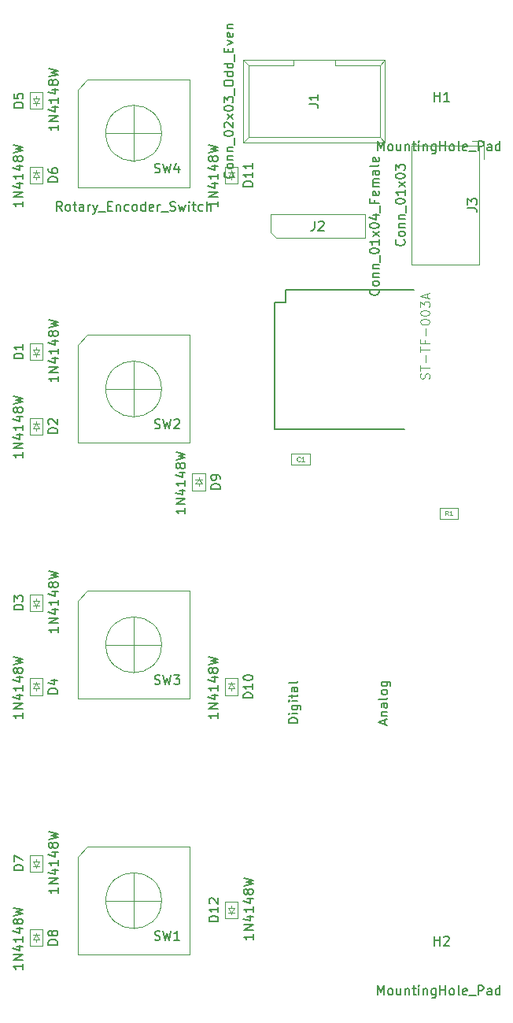
<source format=gbr>
%TF.GenerationSoftware,KiCad,Pcbnew,(5.1.6)-1*%
%TF.CreationDate,2020-07-26T07:53:42+08:00*%
%TF.ProjectId,rot-kb,726f742d-6b62-42e6-9b69-6361645f7063,rev?*%
%TF.SameCoordinates,Original*%
%TF.FileFunction,Other,Fab,Top*%
%FSLAX46Y46*%
G04 Gerber Fmt 4.6, Leading zero omitted, Abs format (unit mm)*
G04 Created by KiCad (PCBNEW (5.1.6)-1) date 2020-07-26 07:53:42*
%MOMM*%
%LPD*%
G01*
G04 APERTURE LIST*
%ADD10C,0.100000*%
%ADD11C,0.120000*%
%ADD12C,0.127000*%
%ADD13C,0.150000*%
%ADD14C,0.080000*%
%ADD15C,0.015000*%
G04 APERTURE END LIST*
D10*
%TO.C,D12*%
X133000000Y-115800000D02*
X133000000Y-115550000D01*
X133350000Y-115800000D02*
X133000000Y-116300000D01*
X132650000Y-115800000D02*
X133350000Y-115800000D01*
X133000000Y-116300000D02*
X132650000Y-115800000D01*
X133000000Y-116300000D02*
X133000000Y-116500000D01*
X132650000Y-116300000D02*
X133350000Y-116300000D01*
X133700000Y-116900000D02*
X132300000Y-116900000D01*
X133700000Y-115100000D02*
X133700000Y-116900000D01*
X132300000Y-115100000D02*
X133700000Y-115100000D01*
X132300000Y-116900000D02*
X132300000Y-115100000D01*
%TO.C,D11*%
X133000000Y-37200000D02*
X133000000Y-37450000D01*
X132650000Y-37200000D02*
X133000000Y-36700000D01*
X133350000Y-37200000D02*
X132650000Y-37200000D01*
X133000000Y-36700000D02*
X133350000Y-37200000D01*
X133000000Y-36700000D02*
X133000000Y-36500000D01*
X133350000Y-36700000D02*
X132650000Y-36700000D01*
X132300000Y-36100000D02*
X133700000Y-36100000D01*
X132300000Y-37900000D02*
X132300000Y-36100000D01*
X133700000Y-37900000D02*
X132300000Y-37900000D01*
X133700000Y-36100000D02*
X133700000Y-37900000D01*
%TO.C,D10*%
X133000000Y-92200000D02*
X133000000Y-92450000D01*
X132650000Y-92200000D02*
X133000000Y-91700000D01*
X133350000Y-92200000D02*
X132650000Y-92200000D01*
X133000000Y-91700000D02*
X133350000Y-92200000D01*
X133000000Y-91700000D02*
X133000000Y-91500000D01*
X133350000Y-91700000D02*
X132650000Y-91700000D01*
X132300000Y-91100000D02*
X133700000Y-91100000D01*
X132300000Y-92900000D02*
X132300000Y-91100000D01*
X133700000Y-92900000D02*
X132300000Y-92900000D01*
X133700000Y-91100000D02*
X133700000Y-92900000D01*
%TO.C,D9*%
X129500000Y-70200000D02*
X129500000Y-70450000D01*
X129150000Y-70200000D02*
X129500000Y-69700000D01*
X129850000Y-70200000D02*
X129150000Y-70200000D01*
X129500000Y-69700000D02*
X129850000Y-70200000D01*
X129500000Y-69700000D02*
X129500000Y-69500000D01*
X129850000Y-69700000D02*
X129150000Y-69700000D01*
X128800000Y-69100000D02*
X130200000Y-69100000D01*
X128800000Y-70900000D02*
X128800000Y-69100000D01*
X130200000Y-70900000D02*
X128800000Y-70900000D01*
X130200000Y-69100000D02*
X130200000Y-70900000D01*
%TO.C,D8*%
X112000000Y-119200000D02*
X112000000Y-119450000D01*
X111650000Y-119200000D02*
X112000000Y-118700000D01*
X112350000Y-119200000D02*
X111650000Y-119200000D01*
X112000000Y-118700000D02*
X112350000Y-119200000D01*
X112000000Y-118700000D02*
X112000000Y-118500000D01*
X112350000Y-118700000D02*
X111650000Y-118700000D01*
X111300000Y-118100000D02*
X112700000Y-118100000D01*
X111300000Y-119900000D02*
X111300000Y-118100000D01*
X112700000Y-119900000D02*
X111300000Y-119900000D01*
X112700000Y-118100000D02*
X112700000Y-119900000D01*
%TO.C,D7*%
X112000000Y-110800000D02*
X112000000Y-110550000D01*
X112350000Y-110800000D02*
X112000000Y-111300000D01*
X111650000Y-110800000D02*
X112350000Y-110800000D01*
X112000000Y-111300000D02*
X111650000Y-110800000D01*
X112000000Y-111300000D02*
X112000000Y-111500000D01*
X111650000Y-111300000D02*
X112350000Y-111300000D01*
X112700000Y-111900000D02*
X111300000Y-111900000D01*
X112700000Y-110100000D02*
X112700000Y-111900000D01*
X111300000Y-110100000D02*
X112700000Y-110100000D01*
X111300000Y-111900000D02*
X111300000Y-110100000D01*
%TO.C,D6*%
X112000000Y-37200000D02*
X112000000Y-37450000D01*
X111650000Y-37200000D02*
X112000000Y-36700000D01*
X112350000Y-37200000D02*
X111650000Y-37200000D01*
X112000000Y-36700000D02*
X112350000Y-37200000D01*
X112000000Y-36700000D02*
X112000000Y-36500000D01*
X112350000Y-36700000D02*
X111650000Y-36700000D01*
X111300000Y-36100000D02*
X112700000Y-36100000D01*
X111300000Y-37900000D02*
X111300000Y-36100000D01*
X112700000Y-37900000D02*
X111300000Y-37900000D01*
X112700000Y-36100000D02*
X112700000Y-37900000D01*
%TO.C,D5*%
X112000000Y-28800000D02*
X112000000Y-28550000D01*
X112350000Y-28800000D02*
X112000000Y-29300000D01*
X111650000Y-28800000D02*
X112350000Y-28800000D01*
X112000000Y-29300000D02*
X111650000Y-28800000D01*
X112000000Y-29300000D02*
X112000000Y-29500000D01*
X111650000Y-29300000D02*
X112350000Y-29300000D01*
X112700000Y-29900000D02*
X111300000Y-29900000D01*
X112700000Y-28100000D02*
X112700000Y-29900000D01*
X111300000Y-28100000D02*
X112700000Y-28100000D01*
X111300000Y-29900000D02*
X111300000Y-28100000D01*
%TO.C,D4*%
X112000000Y-92200000D02*
X112000000Y-92450000D01*
X111650000Y-92200000D02*
X112000000Y-91700000D01*
X112350000Y-92200000D02*
X111650000Y-92200000D01*
X112000000Y-91700000D02*
X112350000Y-92200000D01*
X112000000Y-91700000D02*
X112000000Y-91500000D01*
X112350000Y-91700000D02*
X111650000Y-91700000D01*
X111300000Y-91100000D02*
X112700000Y-91100000D01*
X111300000Y-92900000D02*
X111300000Y-91100000D01*
X112700000Y-92900000D02*
X111300000Y-92900000D01*
X112700000Y-91100000D02*
X112700000Y-92900000D01*
%TO.C,D3*%
X112000000Y-82800000D02*
X112000000Y-82550000D01*
X112350000Y-82800000D02*
X112000000Y-83300000D01*
X111650000Y-82800000D02*
X112350000Y-82800000D01*
X112000000Y-83300000D02*
X111650000Y-82800000D01*
X112000000Y-83300000D02*
X112000000Y-83500000D01*
X111650000Y-83300000D02*
X112350000Y-83300000D01*
X112700000Y-83900000D02*
X111300000Y-83900000D01*
X112700000Y-82100000D02*
X112700000Y-83900000D01*
X111300000Y-82100000D02*
X112700000Y-82100000D01*
X111300000Y-83900000D02*
X111300000Y-82100000D01*
%TO.C,D2*%
X112000000Y-64200000D02*
X112000000Y-64450000D01*
X111650000Y-64200000D02*
X112000000Y-63700000D01*
X112350000Y-64200000D02*
X111650000Y-64200000D01*
X112000000Y-63700000D02*
X112350000Y-64200000D01*
X112000000Y-63700000D02*
X112000000Y-63500000D01*
X112350000Y-63700000D02*
X111650000Y-63700000D01*
X111300000Y-63100000D02*
X112700000Y-63100000D01*
X111300000Y-64900000D02*
X111300000Y-63100000D01*
X112700000Y-64900000D02*
X111300000Y-64900000D01*
X112700000Y-63100000D02*
X112700000Y-64900000D01*
%TO.C,D1*%
X112000000Y-55800000D02*
X112000000Y-55550000D01*
X112350000Y-55800000D02*
X112000000Y-56300000D01*
X111650000Y-55800000D02*
X112350000Y-55800000D01*
X112000000Y-56300000D02*
X111650000Y-55800000D01*
X112000000Y-56300000D02*
X112000000Y-56500000D01*
X111650000Y-56300000D02*
X112350000Y-56300000D01*
X112700000Y-56900000D02*
X111300000Y-56900000D01*
X112700000Y-55100000D02*
X112700000Y-56900000D01*
X111300000Y-55100000D02*
X112700000Y-55100000D01*
X111300000Y-56900000D02*
X111300000Y-55100000D01*
%TO.C,C1*%
X141462000Y-68164000D02*
X139462000Y-68164000D01*
X141462000Y-66964000D02*
X141462000Y-68164000D01*
X139462000Y-66964000D02*
X141462000Y-66964000D01*
X139462000Y-68164000D02*
X139462000Y-66964000D01*
%TO.C,J3*%
X160180000Y-33310000D02*
X160180000Y-35310000D01*
X158930000Y-33310000D02*
X160180000Y-33310000D01*
X159680000Y-46630000D02*
X159680000Y-33810000D01*
X152430000Y-46630000D02*
X159680000Y-46630000D01*
X152430000Y-33810000D02*
X152430000Y-46630000D01*
X159680000Y-33810000D02*
X152430000Y-33810000D01*
D11*
%TO.C,SW4*%
X125500000Y-32500000D02*
G75*
G03*
X125500000Y-32500000I-3000000J0D01*
G01*
X117500000Y-26700000D02*
X128500000Y-26700000D01*
X128500000Y-26700000D02*
X128500000Y-38300000D01*
X128500000Y-38300000D02*
X116500000Y-38300000D01*
X116500000Y-38300000D02*
X116500000Y-27800000D01*
X116500000Y-27800000D02*
X117500000Y-26700000D01*
X122500000Y-29500000D02*
X122500000Y-35500000D01*
X119500000Y-32500000D02*
X125500000Y-32500000D01*
%TO.C,SW3*%
X125500000Y-87500000D02*
G75*
G03*
X125500000Y-87500000I-3000000J0D01*
G01*
X117500000Y-81700000D02*
X128500000Y-81700000D01*
X128500000Y-81700000D02*
X128500000Y-93300000D01*
X128500000Y-93300000D02*
X116500000Y-93300000D01*
X116500000Y-93300000D02*
X116500000Y-82800000D01*
X116500000Y-82800000D02*
X117500000Y-81700000D01*
X122500000Y-84500000D02*
X122500000Y-90500000D01*
X119500000Y-87500000D02*
X125500000Y-87500000D01*
%TO.C,SW2*%
X125500000Y-60000000D02*
G75*
G03*
X125500000Y-60000000I-3000000J0D01*
G01*
X117500000Y-54200000D02*
X128500000Y-54200000D01*
X128500000Y-54200000D02*
X128500000Y-65800000D01*
X128500000Y-65800000D02*
X116500000Y-65800000D01*
X116500000Y-65800000D02*
X116500000Y-55300000D01*
X116500000Y-55300000D02*
X117500000Y-54200000D01*
X122500000Y-57000000D02*
X122500000Y-63000000D01*
X119500000Y-60000000D02*
X125500000Y-60000000D01*
%TO.C,SW1*%
X125500000Y-115000000D02*
G75*
G03*
X125500000Y-115000000I-3000000J0D01*
G01*
X117500000Y-109200000D02*
X128500000Y-109200000D01*
X128500000Y-109200000D02*
X128500000Y-120800000D01*
X128500000Y-120800000D02*
X116500000Y-120800000D01*
X116500000Y-120800000D02*
X116500000Y-110300000D01*
X116500000Y-110300000D02*
X117500000Y-109200000D01*
X122500000Y-112000000D02*
X122500000Y-118000000D01*
X119500000Y-115000000D02*
X125500000Y-115000000D01*
D10*
%TO.C,R1*%
X155420000Y-72760000D02*
X157420000Y-72760000D01*
X155420000Y-73960000D02*
X155420000Y-72760000D01*
X157420000Y-73960000D02*
X155420000Y-73960000D01*
X157420000Y-72760000D02*
X157420000Y-73960000D01*
D12*
%TO.C,P7*%
X138813000Y-50698000D02*
X138813000Y-49301000D01*
X137670000Y-50698000D02*
X138813000Y-50698000D01*
X137670000Y-64287000D02*
X137670000Y-50698000D01*
X151640000Y-64287000D02*
X137670000Y-64287000D01*
X138813000Y-49301000D02*
X152656000Y-49301000D01*
D10*
%TO.C,J2*%
X137865000Y-43770000D02*
X137230000Y-43135000D01*
X147390000Y-43770000D02*
X137865000Y-43770000D01*
X147390000Y-41230000D02*
X147390000Y-43770000D01*
X137230000Y-41230000D02*
X147390000Y-41230000D01*
X137230000Y-43135000D02*
X137230000Y-41230000D01*
%TO.C,J1*%
X134270000Y-24615000D02*
X134830000Y-25165000D01*
X149550000Y-24615000D02*
X149010000Y-25165000D01*
X134270000Y-33465000D02*
X134830000Y-32915000D01*
X149550000Y-33465000D02*
X149010000Y-32915000D01*
X134830000Y-32915000D02*
X134830000Y-25165000D01*
X134270000Y-33465000D02*
X134270000Y-24615000D01*
X149010000Y-32915000D02*
X149010000Y-25165000D01*
X149550000Y-33465000D02*
X149550000Y-24615000D01*
X139660000Y-25165000D02*
X139660000Y-24615000D01*
X144160000Y-25165000D02*
X144160000Y-24615000D01*
X139660000Y-25165000D02*
X134830000Y-25165000D01*
X149010000Y-25165000D02*
X144160000Y-25165000D01*
X149550000Y-24615000D02*
X134270000Y-24615000D01*
X149010000Y-32915000D02*
X134830000Y-32915000D01*
X149550000Y-33465000D02*
X134270000Y-33465000D01*
%TD*%
%TO.C,D12*%
D13*
X135352380Y-118614285D02*
X135352380Y-119185714D01*
X135352380Y-118900000D02*
X134352380Y-118900000D01*
X134495238Y-118995238D01*
X134590476Y-119090476D01*
X134638095Y-119185714D01*
X135352380Y-118185714D02*
X134352380Y-118185714D01*
X135352380Y-117614285D01*
X134352380Y-117614285D01*
X134685714Y-116709523D02*
X135352380Y-116709523D01*
X134304761Y-116947619D02*
X135019047Y-117185714D01*
X135019047Y-116566666D01*
X135352380Y-115661904D02*
X135352380Y-116233333D01*
X135352380Y-115947619D02*
X134352380Y-115947619D01*
X134495238Y-116042857D01*
X134590476Y-116138095D01*
X134638095Y-116233333D01*
X134685714Y-114804761D02*
X135352380Y-114804761D01*
X134304761Y-115042857D02*
X135019047Y-115280952D01*
X135019047Y-114661904D01*
X134780952Y-114138095D02*
X134733333Y-114233333D01*
X134685714Y-114280952D01*
X134590476Y-114328571D01*
X134542857Y-114328571D01*
X134447619Y-114280952D01*
X134400000Y-114233333D01*
X134352380Y-114138095D01*
X134352380Y-113947619D01*
X134400000Y-113852380D01*
X134447619Y-113804761D01*
X134542857Y-113757142D01*
X134590476Y-113757142D01*
X134685714Y-113804761D01*
X134733333Y-113852380D01*
X134780952Y-113947619D01*
X134780952Y-114138095D01*
X134828571Y-114233333D01*
X134876190Y-114280952D01*
X134971428Y-114328571D01*
X135161904Y-114328571D01*
X135257142Y-114280952D01*
X135304761Y-114233333D01*
X135352380Y-114138095D01*
X135352380Y-113947619D01*
X135304761Y-113852380D01*
X135257142Y-113804761D01*
X135161904Y-113757142D01*
X134971428Y-113757142D01*
X134876190Y-113804761D01*
X134828571Y-113852380D01*
X134780952Y-113947619D01*
X134352380Y-113423809D02*
X135352380Y-113185714D01*
X134638095Y-112995238D01*
X135352380Y-112804761D01*
X134352380Y-112566666D01*
X131602380Y-117214285D02*
X130602380Y-117214285D01*
X130602380Y-116976190D01*
X130650000Y-116833333D01*
X130745238Y-116738095D01*
X130840476Y-116690476D01*
X131030952Y-116642857D01*
X131173809Y-116642857D01*
X131364285Y-116690476D01*
X131459523Y-116738095D01*
X131554761Y-116833333D01*
X131602380Y-116976190D01*
X131602380Y-117214285D01*
X131602380Y-115690476D02*
X131602380Y-116261904D01*
X131602380Y-115976190D02*
X130602380Y-115976190D01*
X130745238Y-116071428D01*
X130840476Y-116166666D01*
X130888095Y-116261904D01*
X130697619Y-115309523D02*
X130650000Y-115261904D01*
X130602380Y-115166666D01*
X130602380Y-114928571D01*
X130650000Y-114833333D01*
X130697619Y-114785714D01*
X130792857Y-114738095D01*
X130888095Y-114738095D01*
X131030952Y-114785714D01*
X131602380Y-115357142D01*
X131602380Y-114738095D01*
%TO.C,D11*%
X131552380Y-39814285D02*
X131552380Y-40385714D01*
X131552380Y-40100000D02*
X130552380Y-40100000D01*
X130695238Y-40195238D01*
X130790476Y-40290476D01*
X130838095Y-40385714D01*
X131552380Y-39385714D02*
X130552380Y-39385714D01*
X131552380Y-38814285D01*
X130552380Y-38814285D01*
X130885714Y-37909523D02*
X131552380Y-37909523D01*
X130504761Y-38147619D02*
X131219047Y-38385714D01*
X131219047Y-37766666D01*
X131552380Y-36861904D02*
X131552380Y-37433333D01*
X131552380Y-37147619D02*
X130552380Y-37147619D01*
X130695238Y-37242857D01*
X130790476Y-37338095D01*
X130838095Y-37433333D01*
X130885714Y-36004761D02*
X131552380Y-36004761D01*
X130504761Y-36242857D02*
X131219047Y-36480952D01*
X131219047Y-35861904D01*
X130980952Y-35338095D02*
X130933333Y-35433333D01*
X130885714Y-35480952D01*
X130790476Y-35528571D01*
X130742857Y-35528571D01*
X130647619Y-35480952D01*
X130600000Y-35433333D01*
X130552380Y-35338095D01*
X130552380Y-35147619D01*
X130600000Y-35052380D01*
X130647619Y-35004761D01*
X130742857Y-34957142D01*
X130790476Y-34957142D01*
X130885714Y-35004761D01*
X130933333Y-35052380D01*
X130980952Y-35147619D01*
X130980952Y-35338095D01*
X131028571Y-35433333D01*
X131076190Y-35480952D01*
X131171428Y-35528571D01*
X131361904Y-35528571D01*
X131457142Y-35480952D01*
X131504761Y-35433333D01*
X131552380Y-35338095D01*
X131552380Y-35147619D01*
X131504761Y-35052380D01*
X131457142Y-35004761D01*
X131361904Y-34957142D01*
X131171428Y-34957142D01*
X131076190Y-35004761D01*
X131028571Y-35052380D01*
X130980952Y-35147619D01*
X130552380Y-34623809D02*
X131552380Y-34385714D01*
X130838095Y-34195238D01*
X131552380Y-34004761D01*
X130552380Y-33766666D01*
X135302380Y-38214285D02*
X134302380Y-38214285D01*
X134302380Y-37976190D01*
X134350000Y-37833333D01*
X134445238Y-37738095D01*
X134540476Y-37690476D01*
X134730952Y-37642857D01*
X134873809Y-37642857D01*
X135064285Y-37690476D01*
X135159523Y-37738095D01*
X135254761Y-37833333D01*
X135302380Y-37976190D01*
X135302380Y-38214285D01*
X135302380Y-36690476D02*
X135302380Y-37261904D01*
X135302380Y-36976190D02*
X134302380Y-36976190D01*
X134445238Y-37071428D01*
X134540476Y-37166666D01*
X134588095Y-37261904D01*
X135302380Y-35738095D02*
X135302380Y-36309523D01*
X135302380Y-36023809D02*
X134302380Y-36023809D01*
X134445238Y-36119047D01*
X134540476Y-36214285D01*
X134588095Y-36309523D01*
%TO.C,D10*%
X131552380Y-94814285D02*
X131552380Y-95385714D01*
X131552380Y-95100000D02*
X130552380Y-95100000D01*
X130695238Y-95195238D01*
X130790476Y-95290476D01*
X130838095Y-95385714D01*
X131552380Y-94385714D02*
X130552380Y-94385714D01*
X131552380Y-93814285D01*
X130552380Y-93814285D01*
X130885714Y-92909523D02*
X131552380Y-92909523D01*
X130504761Y-93147619D02*
X131219047Y-93385714D01*
X131219047Y-92766666D01*
X131552380Y-91861904D02*
X131552380Y-92433333D01*
X131552380Y-92147619D02*
X130552380Y-92147619D01*
X130695238Y-92242857D01*
X130790476Y-92338095D01*
X130838095Y-92433333D01*
X130885714Y-91004761D02*
X131552380Y-91004761D01*
X130504761Y-91242857D02*
X131219047Y-91480952D01*
X131219047Y-90861904D01*
X130980952Y-90338095D02*
X130933333Y-90433333D01*
X130885714Y-90480952D01*
X130790476Y-90528571D01*
X130742857Y-90528571D01*
X130647619Y-90480952D01*
X130600000Y-90433333D01*
X130552380Y-90338095D01*
X130552380Y-90147619D01*
X130600000Y-90052380D01*
X130647619Y-90004761D01*
X130742857Y-89957142D01*
X130790476Y-89957142D01*
X130885714Y-90004761D01*
X130933333Y-90052380D01*
X130980952Y-90147619D01*
X130980952Y-90338095D01*
X131028571Y-90433333D01*
X131076190Y-90480952D01*
X131171428Y-90528571D01*
X131361904Y-90528571D01*
X131457142Y-90480952D01*
X131504761Y-90433333D01*
X131552380Y-90338095D01*
X131552380Y-90147619D01*
X131504761Y-90052380D01*
X131457142Y-90004761D01*
X131361904Y-89957142D01*
X131171428Y-89957142D01*
X131076190Y-90004761D01*
X131028571Y-90052380D01*
X130980952Y-90147619D01*
X130552380Y-89623809D02*
X131552380Y-89385714D01*
X130838095Y-89195238D01*
X131552380Y-89004761D01*
X130552380Y-88766666D01*
X135302380Y-93214285D02*
X134302380Y-93214285D01*
X134302380Y-92976190D01*
X134350000Y-92833333D01*
X134445238Y-92738095D01*
X134540476Y-92690476D01*
X134730952Y-92642857D01*
X134873809Y-92642857D01*
X135064285Y-92690476D01*
X135159523Y-92738095D01*
X135254761Y-92833333D01*
X135302380Y-92976190D01*
X135302380Y-93214285D01*
X135302380Y-91690476D02*
X135302380Y-92261904D01*
X135302380Y-91976190D02*
X134302380Y-91976190D01*
X134445238Y-92071428D01*
X134540476Y-92166666D01*
X134588095Y-92261904D01*
X134302380Y-91071428D02*
X134302380Y-90976190D01*
X134350000Y-90880952D01*
X134397619Y-90833333D01*
X134492857Y-90785714D01*
X134683333Y-90738095D01*
X134921428Y-90738095D01*
X135111904Y-90785714D01*
X135207142Y-90833333D01*
X135254761Y-90880952D01*
X135302380Y-90976190D01*
X135302380Y-91071428D01*
X135254761Y-91166666D01*
X135207142Y-91214285D01*
X135111904Y-91261904D01*
X134921428Y-91309523D01*
X134683333Y-91309523D01*
X134492857Y-91261904D01*
X134397619Y-91214285D01*
X134350000Y-91166666D01*
X134302380Y-91071428D01*
%TO.C,D9*%
X128052380Y-72814285D02*
X128052380Y-73385714D01*
X128052380Y-73100000D02*
X127052380Y-73100000D01*
X127195238Y-73195238D01*
X127290476Y-73290476D01*
X127338095Y-73385714D01*
X128052380Y-72385714D02*
X127052380Y-72385714D01*
X128052380Y-71814285D01*
X127052380Y-71814285D01*
X127385714Y-70909523D02*
X128052380Y-70909523D01*
X127004761Y-71147619D02*
X127719047Y-71385714D01*
X127719047Y-70766666D01*
X128052380Y-69861904D02*
X128052380Y-70433333D01*
X128052380Y-70147619D02*
X127052380Y-70147619D01*
X127195238Y-70242857D01*
X127290476Y-70338095D01*
X127338095Y-70433333D01*
X127385714Y-69004761D02*
X128052380Y-69004761D01*
X127004761Y-69242857D02*
X127719047Y-69480952D01*
X127719047Y-68861904D01*
X127480952Y-68338095D02*
X127433333Y-68433333D01*
X127385714Y-68480952D01*
X127290476Y-68528571D01*
X127242857Y-68528571D01*
X127147619Y-68480952D01*
X127100000Y-68433333D01*
X127052380Y-68338095D01*
X127052380Y-68147619D01*
X127100000Y-68052380D01*
X127147619Y-68004761D01*
X127242857Y-67957142D01*
X127290476Y-67957142D01*
X127385714Y-68004761D01*
X127433333Y-68052380D01*
X127480952Y-68147619D01*
X127480952Y-68338095D01*
X127528571Y-68433333D01*
X127576190Y-68480952D01*
X127671428Y-68528571D01*
X127861904Y-68528571D01*
X127957142Y-68480952D01*
X128004761Y-68433333D01*
X128052380Y-68338095D01*
X128052380Y-68147619D01*
X128004761Y-68052380D01*
X127957142Y-68004761D01*
X127861904Y-67957142D01*
X127671428Y-67957142D01*
X127576190Y-68004761D01*
X127528571Y-68052380D01*
X127480952Y-68147619D01*
X127052380Y-67623809D02*
X128052380Y-67385714D01*
X127338095Y-67195238D01*
X128052380Y-67004761D01*
X127052380Y-66766666D01*
X131802380Y-70738095D02*
X130802380Y-70738095D01*
X130802380Y-70500000D01*
X130850000Y-70357142D01*
X130945238Y-70261904D01*
X131040476Y-70214285D01*
X131230952Y-70166666D01*
X131373809Y-70166666D01*
X131564285Y-70214285D01*
X131659523Y-70261904D01*
X131754761Y-70357142D01*
X131802380Y-70500000D01*
X131802380Y-70738095D01*
X131802380Y-69690476D02*
X131802380Y-69500000D01*
X131754761Y-69404761D01*
X131707142Y-69357142D01*
X131564285Y-69261904D01*
X131373809Y-69214285D01*
X130992857Y-69214285D01*
X130897619Y-69261904D01*
X130850000Y-69309523D01*
X130802380Y-69404761D01*
X130802380Y-69595238D01*
X130850000Y-69690476D01*
X130897619Y-69738095D01*
X130992857Y-69785714D01*
X131230952Y-69785714D01*
X131326190Y-69738095D01*
X131373809Y-69690476D01*
X131421428Y-69595238D01*
X131421428Y-69404761D01*
X131373809Y-69309523D01*
X131326190Y-69261904D01*
X131230952Y-69214285D01*
%TO.C,D8*%
X110552380Y-121814285D02*
X110552380Y-122385714D01*
X110552380Y-122100000D02*
X109552380Y-122100000D01*
X109695238Y-122195238D01*
X109790476Y-122290476D01*
X109838095Y-122385714D01*
X110552380Y-121385714D02*
X109552380Y-121385714D01*
X110552380Y-120814285D01*
X109552380Y-120814285D01*
X109885714Y-119909523D02*
X110552380Y-119909523D01*
X109504761Y-120147619D02*
X110219047Y-120385714D01*
X110219047Y-119766666D01*
X110552380Y-118861904D02*
X110552380Y-119433333D01*
X110552380Y-119147619D02*
X109552380Y-119147619D01*
X109695238Y-119242857D01*
X109790476Y-119338095D01*
X109838095Y-119433333D01*
X109885714Y-118004761D02*
X110552380Y-118004761D01*
X109504761Y-118242857D02*
X110219047Y-118480952D01*
X110219047Y-117861904D01*
X109980952Y-117338095D02*
X109933333Y-117433333D01*
X109885714Y-117480952D01*
X109790476Y-117528571D01*
X109742857Y-117528571D01*
X109647619Y-117480952D01*
X109600000Y-117433333D01*
X109552380Y-117338095D01*
X109552380Y-117147619D01*
X109600000Y-117052380D01*
X109647619Y-117004761D01*
X109742857Y-116957142D01*
X109790476Y-116957142D01*
X109885714Y-117004761D01*
X109933333Y-117052380D01*
X109980952Y-117147619D01*
X109980952Y-117338095D01*
X110028571Y-117433333D01*
X110076190Y-117480952D01*
X110171428Y-117528571D01*
X110361904Y-117528571D01*
X110457142Y-117480952D01*
X110504761Y-117433333D01*
X110552380Y-117338095D01*
X110552380Y-117147619D01*
X110504761Y-117052380D01*
X110457142Y-117004761D01*
X110361904Y-116957142D01*
X110171428Y-116957142D01*
X110076190Y-117004761D01*
X110028571Y-117052380D01*
X109980952Y-117147619D01*
X109552380Y-116623809D02*
X110552380Y-116385714D01*
X109838095Y-116195238D01*
X110552380Y-116004761D01*
X109552380Y-115766666D01*
X114302380Y-119738095D02*
X113302380Y-119738095D01*
X113302380Y-119500000D01*
X113350000Y-119357142D01*
X113445238Y-119261904D01*
X113540476Y-119214285D01*
X113730952Y-119166666D01*
X113873809Y-119166666D01*
X114064285Y-119214285D01*
X114159523Y-119261904D01*
X114254761Y-119357142D01*
X114302380Y-119500000D01*
X114302380Y-119738095D01*
X113730952Y-118595238D02*
X113683333Y-118690476D01*
X113635714Y-118738095D01*
X113540476Y-118785714D01*
X113492857Y-118785714D01*
X113397619Y-118738095D01*
X113350000Y-118690476D01*
X113302380Y-118595238D01*
X113302380Y-118404761D01*
X113350000Y-118309523D01*
X113397619Y-118261904D01*
X113492857Y-118214285D01*
X113540476Y-118214285D01*
X113635714Y-118261904D01*
X113683333Y-118309523D01*
X113730952Y-118404761D01*
X113730952Y-118595238D01*
X113778571Y-118690476D01*
X113826190Y-118738095D01*
X113921428Y-118785714D01*
X114111904Y-118785714D01*
X114207142Y-118738095D01*
X114254761Y-118690476D01*
X114302380Y-118595238D01*
X114302380Y-118404761D01*
X114254761Y-118309523D01*
X114207142Y-118261904D01*
X114111904Y-118214285D01*
X113921428Y-118214285D01*
X113826190Y-118261904D01*
X113778571Y-118309523D01*
X113730952Y-118404761D01*
%TO.C,D7*%
X114352380Y-113614285D02*
X114352380Y-114185714D01*
X114352380Y-113900000D02*
X113352380Y-113900000D01*
X113495238Y-113995238D01*
X113590476Y-114090476D01*
X113638095Y-114185714D01*
X114352380Y-113185714D02*
X113352380Y-113185714D01*
X114352380Y-112614285D01*
X113352380Y-112614285D01*
X113685714Y-111709523D02*
X114352380Y-111709523D01*
X113304761Y-111947619D02*
X114019047Y-112185714D01*
X114019047Y-111566666D01*
X114352380Y-110661904D02*
X114352380Y-111233333D01*
X114352380Y-110947619D02*
X113352380Y-110947619D01*
X113495238Y-111042857D01*
X113590476Y-111138095D01*
X113638095Y-111233333D01*
X113685714Y-109804761D02*
X114352380Y-109804761D01*
X113304761Y-110042857D02*
X114019047Y-110280952D01*
X114019047Y-109661904D01*
X113780952Y-109138095D02*
X113733333Y-109233333D01*
X113685714Y-109280952D01*
X113590476Y-109328571D01*
X113542857Y-109328571D01*
X113447619Y-109280952D01*
X113400000Y-109233333D01*
X113352380Y-109138095D01*
X113352380Y-108947619D01*
X113400000Y-108852380D01*
X113447619Y-108804761D01*
X113542857Y-108757142D01*
X113590476Y-108757142D01*
X113685714Y-108804761D01*
X113733333Y-108852380D01*
X113780952Y-108947619D01*
X113780952Y-109138095D01*
X113828571Y-109233333D01*
X113876190Y-109280952D01*
X113971428Y-109328571D01*
X114161904Y-109328571D01*
X114257142Y-109280952D01*
X114304761Y-109233333D01*
X114352380Y-109138095D01*
X114352380Y-108947619D01*
X114304761Y-108852380D01*
X114257142Y-108804761D01*
X114161904Y-108757142D01*
X113971428Y-108757142D01*
X113876190Y-108804761D01*
X113828571Y-108852380D01*
X113780952Y-108947619D01*
X113352380Y-108423809D02*
X114352380Y-108185714D01*
X113638095Y-107995238D01*
X114352380Y-107804761D01*
X113352380Y-107566666D01*
X110602380Y-111738095D02*
X109602380Y-111738095D01*
X109602380Y-111500000D01*
X109650000Y-111357142D01*
X109745238Y-111261904D01*
X109840476Y-111214285D01*
X110030952Y-111166666D01*
X110173809Y-111166666D01*
X110364285Y-111214285D01*
X110459523Y-111261904D01*
X110554761Y-111357142D01*
X110602380Y-111500000D01*
X110602380Y-111738095D01*
X109602380Y-110833333D02*
X109602380Y-110166666D01*
X110602380Y-110595238D01*
%TO.C,D6*%
X110552380Y-39814285D02*
X110552380Y-40385714D01*
X110552380Y-40100000D02*
X109552380Y-40100000D01*
X109695238Y-40195238D01*
X109790476Y-40290476D01*
X109838095Y-40385714D01*
X110552380Y-39385714D02*
X109552380Y-39385714D01*
X110552380Y-38814285D01*
X109552380Y-38814285D01*
X109885714Y-37909523D02*
X110552380Y-37909523D01*
X109504761Y-38147619D02*
X110219047Y-38385714D01*
X110219047Y-37766666D01*
X110552380Y-36861904D02*
X110552380Y-37433333D01*
X110552380Y-37147619D02*
X109552380Y-37147619D01*
X109695238Y-37242857D01*
X109790476Y-37338095D01*
X109838095Y-37433333D01*
X109885714Y-36004761D02*
X110552380Y-36004761D01*
X109504761Y-36242857D02*
X110219047Y-36480952D01*
X110219047Y-35861904D01*
X109980952Y-35338095D02*
X109933333Y-35433333D01*
X109885714Y-35480952D01*
X109790476Y-35528571D01*
X109742857Y-35528571D01*
X109647619Y-35480952D01*
X109600000Y-35433333D01*
X109552380Y-35338095D01*
X109552380Y-35147619D01*
X109600000Y-35052380D01*
X109647619Y-35004761D01*
X109742857Y-34957142D01*
X109790476Y-34957142D01*
X109885714Y-35004761D01*
X109933333Y-35052380D01*
X109980952Y-35147619D01*
X109980952Y-35338095D01*
X110028571Y-35433333D01*
X110076190Y-35480952D01*
X110171428Y-35528571D01*
X110361904Y-35528571D01*
X110457142Y-35480952D01*
X110504761Y-35433333D01*
X110552380Y-35338095D01*
X110552380Y-35147619D01*
X110504761Y-35052380D01*
X110457142Y-35004761D01*
X110361904Y-34957142D01*
X110171428Y-34957142D01*
X110076190Y-35004761D01*
X110028571Y-35052380D01*
X109980952Y-35147619D01*
X109552380Y-34623809D02*
X110552380Y-34385714D01*
X109838095Y-34195238D01*
X110552380Y-34004761D01*
X109552380Y-33766666D01*
X114302380Y-37738095D02*
X113302380Y-37738095D01*
X113302380Y-37500000D01*
X113350000Y-37357142D01*
X113445238Y-37261904D01*
X113540476Y-37214285D01*
X113730952Y-37166666D01*
X113873809Y-37166666D01*
X114064285Y-37214285D01*
X114159523Y-37261904D01*
X114254761Y-37357142D01*
X114302380Y-37500000D01*
X114302380Y-37738095D01*
X113302380Y-36309523D02*
X113302380Y-36500000D01*
X113350000Y-36595238D01*
X113397619Y-36642857D01*
X113540476Y-36738095D01*
X113730952Y-36785714D01*
X114111904Y-36785714D01*
X114207142Y-36738095D01*
X114254761Y-36690476D01*
X114302380Y-36595238D01*
X114302380Y-36404761D01*
X114254761Y-36309523D01*
X114207142Y-36261904D01*
X114111904Y-36214285D01*
X113873809Y-36214285D01*
X113778571Y-36261904D01*
X113730952Y-36309523D01*
X113683333Y-36404761D01*
X113683333Y-36595238D01*
X113730952Y-36690476D01*
X113778571Y-36738095D01*
X113873809Y-36785714D01*
%TO.C,D5*%
X114352380Y-31614285D02*
X114352380Y-32185714D01*
X114352380Y-31900000D02*
X113352380Y-31900000D01*
X113495238Y-31995238D01*
X113590476Y-32090476D01*
X113638095Y-32185714D01*
X114352380Y-31185714D02*
X113352380Y-31185714D01*
X114352380Y-30614285D01*
X113352380Y-30614285D01*
X113685714Y-29709523D02*
X114352380Y-29709523D01*
X113304761Y-29947619D02*
X114019047Y-30185714D01*
X114019047Y-29566666D01*
X114352380Y-28661904D02*
X114352380Y-29233333D01*
X114352380Y-28947619D02*
X113352380Y-28947619D01*
X113495238Y-29042857D01*
X113590476Y-29138095D01*
X113638095Y-29233333D01*
X113685714Y-27804761D02*
X114352380Y-27804761D01*
X113304761Y-28042857D02*
X114019047Y-28280952D01*
X114019047Y-27661904D01*
X113780952Y-27138095D02*
X113733333Y-27233333D01*
X113685714Y-27280952D01*
X113590476Y-27328571D01*
X113542857Y-27328571D01*
X113447619Y-27280952D01*
X113400000Y-27233333D01*
X113352380Y-27138095D01*
X113352380Y-26947619D01*
X113400000Y-26852380D01*
X113447619Y-26804761D01*
X113542857Y-26757142D01*
X113590476Y-26757142D01*
X113685714Y-26804761D01*
X113733333Y-26852380D01*
X113780952Y-26947619D01*
X113780952Y-27138095D01*
X113828571Y-27233333D01*
X113876190Y-27280952D01*
X113971428Y-27328571D01*
X114161904Y-27328571D01*
X114257142Y-27280952D01*
X114304761Y-27233333D01*
X114352380Y-27138095D01*
X114352380Y-26947619D01*
X114304761Y-26852380D01*
X114257142Y-26804761D01*
X114161904Y-26757142D01*
X113971428Y-26757142D01*
X113876190Y-26804761D01*
X113828571Y-26852380D01*
X113780952Y-26947619D01*
X113352380Y-26423809D02*
X114352380Y-26185714D01*
X113638095Y-25995238D01*
X114352380Y-25804761D01*
X113352380Y-25566666D01*
X110602380Y-29738095D02*
X109602380Y-29738095D01*
X109602380Y-29500000D01*
X109650000Y-29357142D01*
X109745238Y-29261904D01*
X109840476Y-29214285D01*
X110030952Y-29166666D01*
X110173809Y-29166666D01*
X110364285Y-29214285D01*
X110459523Y-29261904D01*
X110554761Y-29357142D01*
X110602380Y-29500000D01*
X110602380Y-29738095D01*
X109602380Y-28261904D02*
X109602380Y-28738095D01*
X110078571Y-28785714D01*
X110030952Y-28738095D01*
X109983333Y-28642857D01*
X109983333Y-28404761D01*
X110030952Y-28309523D01*
X110078571Y-28261904D01*
X110173809Y-28214285D01*
X110411904Y-28214285D01*
X110507142Y-28261904D01*
X110554761Y-28309523D01*
X110602380Y-28404761D01*
X110602380Y-28642857D01*
X110554761Y-28738095D01*
X110507142Y-28785714D01*
%TO.C,D4*%
X110552380Y-94814285D02*
X110552380Y-95385714D01*
X110552380Y-95100000D02*
X109552380Y-95100000D01*
X109695238Y-95195238D01*
X109790476Y-95290476D01*
X109838095Y-95385714D01*
X110552380Y-94385714D02*
X109552380Y-94385714D01*
X110552380Y-93814285D01*
X109552380Y-93814285D01*
X109885714Y-92909523D02*
X110552380Y-92909523D01*
X109504761Y-93147619D02*
X110219047Y-93385714D01*
X110219047Y-92766666D01*
X110552380Y-91861904D02*
X110552380Y-92433333D01*
X110552380Y-92147619D02*
X109552380Y-92147619D01*
X109695238Y-92242857D01*
X109790476Y-92338095D01*
X109838095Y-92433333D01*
X109885714Y-91004761D02*
X110552380Y-91004761D01*
X109504761Y-91242857D02*
X110219047Y-91480952D01*
X110219047Y-90861904D01*
X109980952Y-90338095D02*
X109933333Y-90433333D01*
X109885714Y-90480952D01*
X109790476Y-90528571D01*
X109742857Y-90528571D01*
X109647619Y-90480952D01*
X109600000Y-90433333D01*
X109552380Y-90338095D01*
X109552380Y-90147619D01*
X109600000Y-90052380D01*
X109647619Y-90004761D01*
X109742857Y-89957142D01*
X109790476Y-89957142D01*
X109885714Y-90004761D01*
X109933333Y-90052380D01*
X109980952Y-90147619D01*
X109980952Y-90338095D01*
X110028571Y-90433333D01*
X110076190Y-90480952D01*
X110171428Y-90528571D01*
X110361904Y-90528571D01*
X110457142Y-90480952D01*
X110504761Y-90433333D01*
X110552380Y-90338095D01*
X110552380Y-90147619D01*
X110504761Y-90052380D01*
X110457142Y-90004761D01*
X110361904Y-89957142D01*
X110171428Y-89957142D01*
X110076190Y-90004761D01*
X110028571Y-90052380D01*
X109980952Y-90147619D01*
X109552380Y-89623809D02*
X110552380Y-89385714D01*
X109838095Y-89195238D01*
X110552380Y-89004761D01*
X109552380Y-88766666D01*
X114302380Y-92738095D02*
X113302380Y-92738095D01*
X113302380Y-92500000D01*
X113350000Y-92357142D01*
X113445238Y-92261904D01*
X113540476Y-92214285D01*
X113730952Y-92166666D01*
X113873809Y-92166666D01*
X114064285Y-92214285D01*
X114159523Y-92261904D01*
X114254761Y-92357142D01*
X114302380Y-92500000D01*
X114302380Y-92738095D01*
X113635714Y-91309523D02*
X114302380Y-91309523D01*
X113254761Y-91547619D02*
X113969047Y-91785714D01*
X113969047Y-91166666D01*
%TO.C,D3*%
X114352380Y-85614285D02*
X114352380Y-86185714D01*
X114352380Y-85900000D02*
X113352380Y-85900000D01*
X113495238Y-85995238D01*
X113590476Y-86090476D01*
X113638095Y-86185714D01*
X114352380Y-85185714D02*
X113352380Y-85185714D01*
X114352380Y-84614285D01*
X113352380Y-84614285D01*
X113685714Y-83709523D02*
X114352380Y-83709523D01*
X113304761Y-83947619D02*
X114019047Y-84185714D01*
X114019047Y-83566666D01*
X114352380Y-82661904D02*
X114352380Y-83233333D01*
X114352380Y-82947619D02*
X113352380Y-82947619D01*
X113495238Y-83042857D01*
X113590476Y-83138095D01*
X113638095Y-83233333D01*
X113685714Y-81804761D02*
X114352380Y-81804761D01*
X113304761Y-82042857D02*
X114019047Y-82280952D01*
X114019047Y-81661904D01*
X113780952Y-81138095D02*
X113733333Y-81233333D01*
X113685714Y-81280952D01*
X113590476Y-81328571D01*
X113542857Y-81328571D01*
X113447619Y-81280952D01*
X113400000Y-81233333D01*
X113352380Y-81138095D01*
X113352380Y-80947619D01*
X113400000Y-80852380D01*
X113447619Y-80804761D01*
X113542857Y-80757142D01*
X113590476Y-80757142D01*
X113685714Y-80804761D01*
X113733333Y-80852380D01*
X113780952Y-80947619D01*
X113780952Y-81138095D01*
X113828571Y-81233333D01*
X113876190Y-81280952D01*
X113971428Y-81328571D01*
X114161904Y-81328571D01*
X114257142Y-81280952D01*
X114304761Y-81233333D01*
X114352380Y-81138095D01*
X114352380Y-80947619D01*
X114304761Y-80852380D01*
X114257142Y-80804761D01*
X114161904Y-80757142D01*
X113971428Y-80757142D01*
X113876190Y-80804761D01*
X113828571Y-80852380D01*
X113780952Y-80947619D01*
X113352380Y-80423809D02*
X114352380Y-80185714D01*
X113638095Y-79995238D01*
X114352380Y-79804761D01*
X113352380Y-79566666D01*
X110602380Y-83738095D02*
X109602380Y-83738095D01*
X109602380Y-83500000D01*
X109650000Y-83357142D01*
X109745238Y-83261904D01*
X109840476Y-83214285D01*
X110030952Y-83166666D01*
X110173809Y-83166666D01*
X110364285Y-83214285D01*
X110459523Y-83261904D01*
X110554761Y-83357142D01*
X110602380Y-83500000D01*
X110602380Y-83738095D01*
X109602380Y-82833333D02*
X109602380Y-82214285D01*
X109983333Y-82547619D01*
X109983333Y-82404761D01*
X110030952Y-82309523D01*
X110078571Y-82261904D01*
X110173809Y-82214285D01*
X110411904Y-82214285D01*
X110507142Y-82261904D01*
X110554761Y-82309523D01*
X110602380Y-82404761D01*
X110602380Y-82690476D01*
X110554761Y-82785714D01*
X110507142Y-82833333D01*
%TO.C,D2*%
X110552380Y-66814285D02*
X110552380Y-67385714D01*
X110552380Y-67100000D02*
X109552380Y-67100000D01*
X109695238Y-67195238D01*
X109790476Y-67290476D01*
X109838095Y-67385714D01*
X110552380Y-66385714D02*
X109552380Y-66385714D01*
X110552380Y-65814285D01*
X109552380Y-65814285D01*
X109885714Y-64909523D02*
X110552380Y-64909523D01*
X109504761Y-65147619D02*
X110219047Y-65385714D01*
X110219047Y-64766666D01*
X110552380Y-63861904D02*
X110552380Y-64433333D01*
X110552380Y-64147619D02*
X109552380Y-64147619D01*
X109695238Y-64242857D01*
X109790476Y-64338095D01*
X109838095Y-64433333D01*
X109885714Y-63004761D02*
X110552380Y-63004761D01*
X109504761Y-63242857D02*
X110219047Y-63480952D01*
X110219047Y-62861904D01*
X109980952Y-62338095D02*
X109933333Y-62433333D01*
X109885714Y-62480952D01*
X109790476Y-62528571D01*
X109742857Y-62528571D01*
X109647619Y-62480952D01*
X109600000Y-62433333D01*
X109552380Y-62338095D01*
X109552380Y-62147619D01*
X109600000Y-62052380D01*
X109647619Y-62004761D01*
X109742857Y-61957142D01*
X109790476Y-61957142D01*
X109885714Y-62004761D01*
X109933333Y-62052380D01*
X109980952Y-62147619D01*
X109980952Y-62338095D01*
X110028571Y-62433333D01*
X110076190Y-62480952D01*
X110171428Y-62528571D01*
X110361904Y-62528571D01*
X110457142Y-62480952D01*
X110504761Y-62433333D01*
X110552380Y-62338095D01*
X110552380Y-62147619D01*
X110504761Y-62052380D01*
X110457142Y-62004761D01*
X110361904Y-61957142D01*
X110171428Y-61957142D01*
X110076190Y-62004761D01*
X110028571Y-62052380D01*
X109980952Y-62147619D01*
X109552380Y-61623809D02*
X110552380Y-61385714D01*
X109838095Y-61195238D01*
X110552380Y-61004761D01*
X109552380Y-60766666D01*
X114302380Y-64738095D02*
X113302380Y-64738095D01*
X113302380Y-64500000D01*
X113350000Y-64357142D01*
X113445238Y-64261904D01*
X113540476Y-64214285D01*
X113730952Y-64166666D01*
X113873809Y-64166666D01*
X114064285Y-64214285D01*
X114159523Y-64261904D01*
X114254761Y-64357142D01*
X114302380Y-64500000D01*
X114302380Y-64738095D01*
X113397619Y-63785714D02*
X113350000Y-63738095D01*
X113302380Y-63642857D01*
X113302380Y-63404761D01*
X113350000Y-63309523D01*
X113397619Y-63261904D01*
X113492857Y-63214285D01*
X113588095Y-63214285D01*
X113730952Y-63261904D01*
X114302380Y-63833333D01*
X114302380Y-63214285D01*
%TO.C,D1*%
X114352380Y-58614285D02*
X114352380Y-59185714D01*
X114352380Y-58900000D02*
X113352380Y-58900000D01*
X113495238Y-58995238D01*
X113590476Y-59090476D01*
X113638095Y-59185714D01*
X114352380Y-58185714D02*
X113352380Y-58185714D01*
X114352380Y-57614285D01*
X113352380Y-57614285D01*
X113685714Y-56709523D02*
X114352380Y-56709523D01*
X113304761Y-56947619D02*
X114019047Y-57185714D01*
X114019047Y-56566666D01*
X114352380Y-55661904D02*
X114352380Y-56233333D01*
X114352380Y-55947619D02*
X113352380Y-55947619D01*
X113495238Y-56042857D01*
X113590476Y-56138095D01*
X113638095Y-56233333D01*
X113685714Y-54804761D02*
X114352380Y-54804761D01*
X113304761Y-55042857D02*
X114019047Y-55280952D01*
X114019047Y-54661904D01*
X113780952Y-54138095D02*
X113733333Y-54233333D01*
X113685714Y-54280952D01*
X113590476Y-54328571D01*
X113542857Y-54328571D01*
X113447619Y-54280952D01*
X113400000Y-54233333D01*
X113352380Y-54138095D01*
X113352380Y-53947619D01*
X113400000Y-53852380D01*
X113447619Y-53804761D01*
X113542857Y-53757142D01*
X113590476Y-53757142D01*
X113685714Y-53804761D01*
X113733333Y-53852380D01*
X113780952Y-53947619D01*
X113780952Y-54138095D01*
X113828571Y-54233333D01*
X113876190Y-54280952D01*
X113971428Y-54328571D01*
X114161904Y-54328571D01*
X114257142Y-54280952D01*
X114304761Y-54233333D01*
X114352380Y-54138095D01*
X114352380Y-53947619D01*
X114304761Y-53852380D01*
X114257142Y-53804761D01*
X114161904Y-53757142D01*
X113971428Y-53757142D01*
X113876190Y-53804761D01*
X113828571Y-53852380D01*
X113780952Y-53947619D01*
X113352380Y-53423809D02*
X114352380Y-53185714D01*
X113638095Y-52995238D01*
X114352380Y-52804761D01*
X113352380Y-52566666D01*
X110602380Y-56738095D02*
X109602380Y-56738095D01*
X109602380Y-56500000D01*
X109650000Y-56357142D01*
X109745238Y-56261904D01*
X109840476Y-56214285D01*
X110030952Y-56166666D01*
X110173809Y-56166666D01*
X110364285Y-56214285D01*
X110459523Y-56261904D01*
X110554761Y-56357142D01*
X110602380Y-56500000D01*
X110602380Y-56738095D01*
X110602380Y-55214285D02*
X110602380Y-55785714D01*
X110602380Y-55500000D02*
X109602380Y-55500000D01*
X109745238Y-55595238D01*
X109840476Y-55690476D01*
X109888095Y-55785714D01*
%TO.C,C1*%
D14*
X140378666Y-67742571D02*
X140354857Y-67766380D01*
X140283428Y-67790190D01*
X140235809Y-67790190D01*
X140164380Y-67766380D01*
X140116761Y-67718761D01*
X140092952Y-67671142D01*
X140069142Y-67575904D01*
X140069142Y-67504476D01*
X140092952Y-67409238D01*
X140116761Y-67361619D01*
X140164380Y-67314000D01*
X140235809Y-67290190D01*
X140283428Y-67290190D01*
X140354857Y-67314000D01*
X140378666Y-67337809D01*
X140854857Y-67790190D02*
X140569142Y-67790190D01*
X140712000Y-67790190D02*
X140712000Y-67290190D01*
X140664380Y-67361619D01*
X140616761Y-67409238D01*
X140569142Y-67433047D01*
%TO.C,J3*%
D13*
X151587142Y-43958095D02*
X151634761Y-44005714D01*
X151682380Y-44148571D01*
X151682380Y-44243809D01*
X151634761Y-44386666D01*
X151539523Y-44481904D01*
X151444285Y-44529523D01*
X151253809Y-44577142D01*
X151110952Y-44577142D01*
X150920476Y-44529523D01*
X150825238Y-44481904D01*
X150730000Y-44386666D01*
X150682380Y-44243809D01*
X150682380Y-44148571D01*
X150730000Y-44005714D01*
X150777619Y-43958095D01*
X151682380Y-43386666D02*
X151634761Y-43481904D01*
X151587142Y-43529523D01*
X151491904Y-43577142D01*
X151206190Y-43577142D01*
X151110952Y-43529523D01*
X151063333Y-43481904D01*
X151015714Y-43386666D01*
X151015714Y-43243809D01*
X151063333Y-43148571D01*
X151110952Y-43100952D01*
X151206190Y-43053333D01*
X151491904Y-43053333D01*
X151587142Y-43100952D01*
X151634761Y-43148571D01*
X151682380Y-43243809D01*
X151682380Y-43386666D01*
X151015714Y-42624761D02*
X151682380Y-42624761D01*
X151110952Y-42624761D02*
X151063333Y-42577142D01*
X151015714Y-42481904D01*
X151015714Y-42339047D01*
X151063333Y-42243809D01*
X151158571Y-42196190D01*
X151682380Y-42196190D01*
X151015714Y-41720000D02*
X151682380Y-41720000D01*
X151110952Y-41720000D02*
X151063333Y-41672380D01*
X151015714Y-41577142D01*
X151015714Y-41434285D01*
X151063333Y-41339047D01*
X151158571Y-41291428D01*
X151682380Y-41291428D01*
X151777619Y-41053333D02*
X151777619Y-40291428D01*
X150682380Y-39862857D02*
X150682380Y-39767619D01*
X150730000Y-39672380D01*
X150777619Y-39624761D01*
X150872857Y-39577142D01*
X151063333Y-39529523D01*
X151301428Y-39529523D01*
X151491904Y-39577142D01*
X151587142Y-39624761D01*
X151634761Y-39672380D01*
X151682380Y-39767619D01*
X151682380Y-39862857D01*
X151634761Y-39958095D01*
X151587142Y-40005714D01*
X151491904Y-40053333D01*
X151301428Y-40100952D01*
X151063333Y-40100952D01*
X150872857Y-40053333D01*
X150777619Y-40005714D01*
X150730000Y-39958095D01*
X150682380Y-39862857D01*
X151682380Y-38577142D02*
X151682380Y-39148571D01*
X151682380Y-38862857D02*
X150682380Y-38862857D01*
X150825238Y-38958095D01*
X150920476Y-39053333D01*
X150968095Y-39148571D01*
X151682380Y-38243809D02*
X151015714Y-37720000D01*
X151015714Y-38243809D02*
X151682380Y-37720000D01*
X150682380Y-37148571D02*
X150682380Y-37053333D01*
X150730000Y-36958095D01*
X150777619Y-36910476D01*
X150872857Y-36862857D01*
X151063333Y-36815238D01*
X151301428Y-36815238D01*
X151491904Y-36862857D01*
X151587142Y-36910476D01*
X151634761Y-36958095D01*
X151682380Y-37053333D01*
X151682380Y-37148571D01*
X151634761Y-37243809D01*
X151587142Y-37291428D01*
X151491904Y-37339047D01*
X151301428Y-37386666D01*
X151063333Y-37386666D01*
X150872857Y-37339047D01*
X150777619Y-37291428D01*
X150730000Y-37243809D01*
X150682380Y-37148571D01*
X150682380Y-36481904D02*
X150682380Y-35862857D01*
X151063333Y-36196190D01*
X151063333Y-36053333D01*
X151110952Y-35958095D01*
X151158571Y-35910476D01*
X151253809Y-35862857D01*
X151491904Y-35862857D01*
X151587142Y-35910476D01*
X151634761Y-35958095D01*
X151682380Y-36053333D01*
X151682380Y-36339047D01*
X151634761Y-36434285D01*
X151587142Y-36481904D01*
X158432380Y-40553333D02*
X159146666Y-40553333D01*
X159289523Y-40600952D01*
X159384761Y-40696190D01*
X159432380Y-40839047D01*
X159432380Y-40934285D01*
X158432380Y-40172380D02*
X158432380Y-39553333D01*
X158813333Y-39886666D01*
X158813333Y-39743809D01*
X158860952Y-39648571D01*
X158908571Y-39600952D01*
X159003809Y-39553333D01*
X159241904Y-39553333D01*
X159337142Y-39600952D01*
X159384761Y-39648571D01*
X159432380Y-39743809D01*
X159432380Y-40029523D01*
X159384761Y-40124761D01*
X159337142Y-40172380D01*
%TO.C,SW4*%
X114785714Y-40852380D02*
X114452380Y-40376190D01*
X114214285Y-40852380D02*
X114214285Y-39852380D01*
X114595238Y-39852380D01*
X114690476Y-39900000D01*
X114738095Y-39947619D01*
X114785714Y-40042857D01*
X114785714Y-40185714D01*
X114738095Y-40280952D01*
X114690476Y-40328571D01*
X114595238Y-40376190D01*
X114214285Y-40376190D01*
X115357142Y-40852380D02*
X115261904Y-40804761D01*
X115214285Y-40757142D01*
X115166666Y-40661904D01*
X115166666Y-40376190D01*
X115214285Y-40280952D01*
X115261904Y-40233333D01*
X115357142Y-40185714D01*
X115500000Y-40185714D01*
X115595238Y-40233333D01*
X115642857Y-40280952D01*
X115690476Y-40376190D01*
X115690476Y-40661904D01*
X115642857Y-40757142D01*
X115595238Y-40804761D01*
X115500000Y-40852380D01*
X115357142Y-40852380D01*
X115976190Y-40185714D02*
X116357142Y-40185714D01*
X116119047Y-39852380D02*
X116119047Y-40709523D01*
X116166666Y-40804761D01*
X116261904Y-40852380D01*
X116357142Y-40852380D01*
X117119047Y-40852380D02*
X117119047Y-40328571D01*
X117071428Y-40233333D01*
X116976190Y-40185714D01*
X116785714Y-40185714D01*
X116690476Y-40233333D01*
X117119047Y-40804761D02*
X117023809Y-40852380D01*
X116785714Y-40852380D01*
X116690476Y-40804761D01*
X116642857Y-40709523D01*
X116642857Y-40614285D01*
X116690476Y-40519047D01*
X116785714Y-40471428D01*
X117023809Y-40471428D01*
X117119047Y-40423809D01*
X117595238Y-40852380D02*
X117595238Y-40185714D01*
X117595238Y-40376190D02*
X117642857Y-40280952D01*
X117690476Y-40233333D01*
X117785714Y-40185714D01*
X117880952Y-40185714D01*
X118119047Y-40185714D02*
X118357142Y-40852380D01*
X118595238Y-40185714D02*
X118357142Y-40852380D01*
X118261904Y-41090476D01*
X118214285Y-41138095D01*
X118119047Y-41185714D01*
X118738095Y-40947619D02*
X119500000Y-40947619D01*
X119738095Y-40328571D02*
X120071428Y-40328571D01*
X120214285Y-40852380D02*
X119738095Y-40852380D01*
X119738095Y-39852380D01*
X120214285Y-39852380D01*
X120642857Y-40185714D02*
X120642857Y-40852380D01*
X120642857Y-40280952D02*
X120690476Y-40233333D01*
X120785714Y-40185714D01*
X120928571Y-40185714D01*
X121023809Y-40233333D01*
X121071428Y-40328571D01*
X121071428Y-40852380D01*
X121976190Y-40804761D02*
X121880952Y-40852380D01*
X121690476Y-40852380D01*
X121595238Y-40804761D01*
X121547619Y-40757142D01*
X121500000Y-40661904D01*
X121500000Y-40376190D01*
X121547619Y-40280952D01*
X121595238Y-40233333D01*
X121690476Y-40185714D01*
X121880952Y-40185714D01*
X121976190Y-40233333D01*
X122547619Y-40852380D02*
X122452380Y-40804761D01*
X122404761Y-40757142D01*
X122357142Y-40661904D01*
X122357142Y-40376190D01*
X122404761Y-40280952D01*
X122452380Y-40233333D01*
X122547619Y-40185714D01*
X122690476Y-40185714D01*
X122785714Y-40233333D01*
X122833333Y-40280952D01*
X122880952Y-40376190D01*
X122880952Y-40661904D01*
X122833333Y-40757142D01*
X122785714Y-40804761D01*
X122690476Y-40852380D01*
X122547619Y-40852380D01*
X123738095Y-40852380D02*
X123738095Y-39852380D01*
X123738095Y-40804761D02*
X123642857Y-40852380D01*
X123452380Y-40852380D01*
X123357142Y-40804761D01*
X123309523Y-40757142D01*
X123261904Y-40661904D01*
X123261904Y-40376190D01*
X123309523Y-40280952D01*
X123357142Y-40233333D01*
X123452380Y-40185714D01*
X123642857Y-40185714D01*
X123738095Y-40233333D01*
X124595238Y-40804761D02*
X124500000Y-40852380D01*
X124309523Y-40852380D01*
X124214285Y-40804761D01*
X124166666Y-40709523D01*
X124166666Y-40328571D01*
X124214285Y-40233333D01*
X124309523Y-40185714D01*
X124500000Y-40185714D01*
X124595238Y-40233333D01*
X124642857Y-40328571D01*
X124642857Y-40423809D01*
X124166666Y-40519047D01*
X125071428Y-40852380D02*
X125071428Y-40185714D01*
X125071428Y-40376190D02*
X125119047Y-40280952D01*
X125166666Y-40233333D01*
X125261904Y-40185714D01*
X125357142Y-40185714D01*
X125452380Y-40947619D02*
X126214285Y-40947619D01*
X126404761Y-40804761D02*
X126547619Y-40852380D01*
X126785714Y-40852380D01*
X126880952Y-40804761D01*
X126928571Y-40757142D01*
X126976190Y-40661904D01*
X126976190Y-40566666D01*
X126928571Y-40471428D01*
X126880952Y-40423809D01*
X126785714Y-40376190D01*
X126595238Y-40328571D01*
X126500000Y-40280952D01*
X126452380Y-40233333D01*
X126404761Y-40138095D01*
X126404761Y-40042857D01*
X126452380Y-39947619D01*
X126500000Y-39900000D01*
X126595238Y-39852380D01*
X126833333Y-39852380D01*
X126976190Y-39900000D01*
X127309523Y-40185714D02*
X127500000Y-40852380D01*
X127690476Y-40376190D01*
X127880952Y-40852380D01*
X128071428Y-40185714D01*
X128452380Y-40852380D02*
X128452380Y-40185714D01*
X128452380Y-39852380D02*
X128404761Y-39900000D01*
X128452380Y-39947619D01*
X128500000Y-39900000D01*
X128452380Y-39852380D01*
X128452380Y-39947619D01*
X128785714Y-40185714D02*
X129166666Y-40185714D01*
X128928571Y-39852380D02*
X128928571Y-40709523D01*
X128976190Y-40804761D01*
X129071428Y-40852380D01*
X129166666Y-40852380D01*
X129928571Y-40804761D02*
X129833333Y-40852380D01*
X129642857Y-40852380D01*
X129547619Y-40804761D01*
X129500000Y-40757142D01*
X129452380Y-40661904D01*
X129452380Y-40376190D01*
X129500000Y-40280952D01*
X129547619Y-40233333D01*
X129642857Y-40185714D01*
X129833333Y-40185714D01*
X129928571Y-40233333D01*
X130357142Y-40852380D02*
X130357142Y-39852380D01*
X130785714Y-40852380D02*
X130785714Y-40328571D01*
X130738095Y-40233333D01*
X130642857Y-40185714D01*
X130500000Y-40185714D01*
X130404761Y-40233333D01*
X130357142Y-40280952D01*
X124766666Y-36704761D02*
X124909523Y-36752380D01*
X125147619Y-36752380D01*
X125242857Y-36704761D01*
X125290476Y-36657142D01*
X125338095Y-36561904D01*
X125338095Y-36466666D01*
X125290476Y-36371428D01*
X125242857Y-36323809D01*
X125147619Y-36276190D01*
X124957142Y-36228571D01*
X124861904Y-36180952D01*
X124814285Y-36133333D01*
X124766666Y-36038095D01*
X124766666Y-35942857D01*
X124814285Y-35847619D01*
X124861904Y-35800000D01*
X124957142Y-35752380D01*
X125195238Y-35752380D01*
X125338095Y-35800000D01*
X125671428Y-35752380D02*
X125909523Y-36752380D01*
X126100000Y-36038095D01*
X126290476Y-36752380D01*
X126528571Y-35752380D01*
X127338095Y-36085714D02*
X127338095Y-36752380D01*
X127100000Y-35704761D02*
X126861904Y-36419047D01*
X127480952Y-36419047D01*
%TO.C,SW3*%
X124766666Y-91704761D02*
X124909523Y-91752380D01*
X125147619Y-91752380D01*
X125242857Y-91704761D01*
X125290476Y-91657142D01*
X125338095Y-91561904D01*
X125338095Y-91466666D01*
X125290476Y-91371428D01*
X125242857Y-91323809D01*
X125147619Y-91276190D01*
X124957142Y-91228571D01*
X124861904Y-91180952D01*
X124814285Y-91133333D01*
X124766666Y-91038095D01*
X124766666Y-90942857D01*
X124814285Y-90847619D01*
X124861904Y-90800000D01*
X124957142Y-90752380D01*
X125195238Y-90752380D01*
X125338095Y-90800000D01*
X125671428Y-90752380D02*
X125909523Y-91752380D01*
X126100000Y-91038095D01*
X126290476Y-91752380D01*
X126528571Y-90752380D01*
X126814285Y-90752380D02*
X127433333Y-90752380D01*
X127100000Y-91133333D01*
X127242857Y-91133333D01*
X127338095Y-91180952D01*
X127385714Y-91228571D01*
X127433333Y-91323809D01*
X127433333Y-91561904D01*
X127385714Y-91657142D01*
X127338095Y-91704761D01*
X127242857Y-91752380D01*
X126957142Y-91752380D01*
X126861904Y-91704761D01*
X126814285Y-91657142D01*
%TO.C,SW2*%
X124766666Y-64204761D02*
X124909523Y-64252380D01*
X125147619Y-64252380D01*
X125242857Y-64204761D01*
X125290476Y-64157142D01*
X125338095Y-64061904D01*
X125338095Y-63966666D01*
X125290476Y-63871428D01*
X125242857Y-63823809D01*
X125147619Y-63776190D01*
X124957142Y-63728571D01*
X124861904Y-63680952D01*
X124814285Y-63633333D01*
X124766666Y-63538095D01*
X124766666Y-63442857D01*
X124814285Y-63347619D01*
X124861904Y-63300000D01*
X124957142Y-63252380D01*
X125195238Y-63252380D01*
X125338095Y-63300000D01*
X125671428Y-63252380D02*
X125909523Y-64252380D01*
X126100000Y-63538095D01*
X126290476Y-64252380D01*
X126528571Y-63252380D01*
X126861904Y-63347619D02*
X126909523Y-63300000D01*
X127004761Y-63252380D01*
X127242857Y-63252380D01*
X127338095Y-63300000D01*
X127385714Y-63347619D01*
X127433333Y-63442857D01*
X127433333Y-63538095D01*
X127385714Y-63680952D01*
X126814285Y-64252380D01*
X127433333Y-64252380D01*
%TO.C,H2*%
X148768571Y-125132380D02*
X148768571Y-124132380D01*
X149101904Y-124846666D01*
X149435238Y-124132380D01*
X149435238Y-125132380D01*
X150054285Y-125132380D02*
X149959047Y-125084761D01*
X149911428Y-125037142D01*
X149863809Y-124941904D01*
X149863809Y-124656190D01*
X149911428Y-124560952D01*
X149959047Y-124513333D01*
X150054285Y-124465714D01*
X150197142Y-124465714D01*
X150292380Y-124513333D01*
X150340000Y-124560952D01*
X150387619Y-124656190D01*
X150387619Y-124941904D01*
X150340000Y-125037142D01*
X150292380Y-125084761D01*
X150197142Y-125132380D01*
X150054285Y-125132380D01*
X151244761Y-124465714D02*
X151244761Y-125132380D01*
X150816190Y-124465714D02*
X150816190Y-124989523D01*
X150863809Y-125084761D01*
X150959047Y-125132380D01*
X151101904Y-125132380D01*
X151197142Y-125084761D01*
X151244761Y-125037142D01*
X151720952Y-124465714D02*
X151720952Y-125132380D01*
X151720952Y-124560952D02*
X151768571Y-124513333D01*
X151863809Y-124465714D01*
X152006666Y-124465714D01*
X152101904Y-124513333D01*
X152149523Y-124608571D01*
X152149523Y-125132380D01*
X152482857Y-124465714D02*
X152863809Y-124465714D01*
X152625714Y-124132380D02*
X152625714Y-124989523D01*
X152673333Y-125084761D01*
X152768571Y-125132380D01*
X152863809Y-125132380D01*
X153197142Y-125132380D02*
X153197142Y-124465714D01*
X153197142Y-124132380D02*
X153149523Y-124180000D01*
X153197142Y-124227619D01*
X153244761Y-124180000D01*
X153197142Y-124132380D01*
X153197142Y-124227619D01*
X153673333Y-124465714D02*
X153673333Y-125132380D01*
X153673333Y-124560952D02*
X153720952Y-124513333D01*
X153816190Y-124465714D01*
X153959047Y-124465714D01*
X154054285Y-124513333D01*
X154101904Y-124608571D01*
X154101904Y-125132380D01*
X155006666Y-124465714D02*
X155006666Y-125275238D01*
X154959047Y-125370476D01*
X154911428Y-125418095D01*
X154816190Y-125465714D01*
X154673333Y-125465714D01*
X154578095Y-125418095D01*
X155006666Y-125084761D02*
X154911428Y-125132380D01*
X154720952Y-125132380D01*
X154625714Y-125084761D01*
X154578095Y-125037142D01*
X154530476Y-124941904D01*
X154530476Y-124656190D01*
X154578095Y-124560952D01*
X154625714Y-124513333D01*
X154720952Y-124465714D01*
X154911428Y-124465714D01*
X155006666Y-124513333D01*
X155482857Y-125132380D02*
X155482857Y-124132380D01*
X155482857Y-124608571D02*
X156054285Y-124608571D01*
X156054285Y-125132380D02*
X156054285Y-124132380D01*
X156673333Y-125132380D02*
X156578095Y-125084761D01*
X156530476Y-125037142D01*
X156482857Y-124941904D01*
X156482857Y-124656190D01*
X156530476Y-124560952D01*
X156578095Y-124513333D01*
X156673333Y-124465714D01*
X156816190Y-124465714D01*
X156911428Y-124513333D01*
X156959047Y-124560952D01*
X157006666Y-124656190D01*
X157006666Y-124941904D01*
X156959047Y-125037142D01*
X156911428Y-125084761D01*
X156816190Y-125132380D01*
X156673333Y-125132380D01*
X157578095Y-125132380D02*
X157482857Y-125084761D01*
X157435238Y-124989523D01*
X157435238Y-124132380D01*
X158340000Y-125084761D02*
X158244761Y-125132380D01*
X158054285Y-125132380D01*
X157959047Y-125084761D01*
X157911428Y-124989523D01*
X157911428Y-124608571D01*
X157959047Y-124513333D01*
X158054285Y-124465714D01*
X158244761Y-124465714D01*
X158340000Y-124513333D01*
X158387619Y-124608571D01*
X158387619Y-124703809D01*
X157911428Y-124799047D01*
X158578095Y-125227619D02*
X159340000Y-125227619D01*
X159578095Y-125132380D02*
X159578095Y-124132380D01*
X159959047Y-124132380D01*
X160054285Y-124180000D01*
X160101904Y-124227619D01*
X160149523Y-124322857D01*
X160149523Y-124465714D01*
X160101904Y-124560952D01*
X160054285Y-124608571D01*
X159959047Y-124656190D01*
X159578095Y-124656190D01*
X161006666Y-125132380D02*
X161006666Y-124608571D01*
X160959047Y-124513333D01*
X160863809Y-124465714D01*
X160673333Y-124465714D01*
X160578095Y-124513333D01*
X161006666Y-125084761D02*
X160911428Y-125132380D01*
X160673333Y-125132380D01*
X160578095Y-125084761D01*
X160530476Y-124989523D01*
X160530476Y-124894285D01*
X160578095Y-124799047D01*
X160673333Y-124751428D01*
X160911428Y-124751428D01*
X161006666Y-124703809D01*
X161911428Y-125132380D02*
X161911428Y-124132380D01*
X161911428Y-125084761D02*
X161816190Y-125132380D01*
X161625714Y-125132380D01*
X161530476Y-125084761D01*
X161482857Y-125037142D01*
X161435238Y-124941904D01*
X161435238Y-124656190D01*
X161482857Y-124560952D01*
X161530476Y-124513333D01*
X161625714Y-124465714D01*
X161816190Y-124465714D01*
X161911428Y-124513333D01*
X154878095Y-119832380D02*
X154878095Y-118832380D01*
X154878095Y-119308571D02*
X155449523Y-119308571D01*
X155449523Y-119832380D02*
X155449523Y-118832380D01*
X155878095Y-118927619D02*
X155925714Y-118880000D01*
X156020952Y-118832380D01*
X156259047Y-118832380D01*
X156354285Y-118880000D01*
X156401904Y-118927619D01*
X156449523Y-119022857D01*
X156449523Y-119118095D01*
X156401904Y-119260952D01*
X155830476Y-119832380D01*
X156449523Y-119832380D01*
%TO.C,H1*%
X148768571Y-34372380D02*
X148768571Y-33372380D01*
X149101904Y-34086666D01*
X149435238Y-33372380D01*
X149435238Y-34372380D01*
X150054285Y-34372380D02*
X149959047Y-34324761D01*
X149911428Y-34277142D01*
X149863809Y-34181904D01*
X149863809Y-33896190D01*
X149911428Y-33800952D01*
X149959047Y-33753333D01*
X150054285Y-33705714D01*
X150197142Y-33705714D01*
X150292380Y-33753333D01*
X150340000Y-33800952D01*
X150387619Y-33896190D01*
X150387619Y-34181904D01*
X150340000Y-34277142D01*
X150292380Y-34324761D01*
X150197142Y-34372380D01*
X150054285Y-34372380D01*
X151244761Y-33705714D02*
X151244761Y-34372380D01*
X150816190Y-33705714D02*
X150816190Y-34229523D01*
X150863809Y-34324761D01*
X150959047Y-34372380D01*
X151101904Y-34372380D01*
X151197142Y-34324761D01*
X151244761Y-34277142D01*
X151720952Y-33705714D02*
X151720952Y-34372380D01*
X151720952Y-33800952D02*
X151768571Y-33753333D01*
X151863809Y-33705714D01*
X152006666Y-33705714D01*
X152101904Y-33753333D01*
X152149523Y-33848571D01*
X152149523Y-34372380D01*
X152482857Y-33705714D02*
X152863809Y-33705714D01*
X152625714Y-33372380D02*
X152625714Y-34229523D01*
X152673333Y-34324761D01*
X152768571Y-34372380D01*
X152863809Y-34372380D01*
X153197142Y-34372380D02*
X153197142Y-33705714D01*
X153197142Y-33372380D02*
X153149523Y-33420000D01*
X153197142Y-33467619D01*
X153244761Y-33420000D01*
X153197142Y-33372380D01*
X153197142Y-33467619D01*
X153673333Y-33705714D02*
X153673333Y-34372380D01*
X153673333Y-33800952D02*
X153720952Y-33753333D01*
X153816190Y-33705714D01*
X153959047Y-33705714D01*
X154054285Y-33753333D01*
X154101904Y-33848571D01*
X154101904Y-34372380D01*
X155006666Y-33705714D02*
X155006666Y-34515238D01*
X154959047Y-34610476D01*
X154911428Y-34658095D01*
X154816190Y-34705714D01*
X154673333Y-34705714D01*
X154578095Y-34658095D01*
X155006666Y-34324761D02*
X154911428Y-34372380D01*
X154720952Y-34372380D01*
X154625714Y-34324761D01*
X154578095Y-34277142D01*
X154530476Y-34181904D01*
X154530476Y-33896190D01*
X154578095Y-33800952D01*
X154625714Y-33753333D01*
X154720952Y-33705714D01*
X154911428Y-33705714D01*
X155006666Y-33753333D01*
X155482857Y-34372380D02*
X155482857Y-33372380D01*
X155482857Y-33848571D02*
X156054285Y-33848571D01*
X156054285Y-34372380D02*
X156054285Y-33372380D01*
X156673333Y-34372380D02*
X156578095Y-34324761D01*
X156530476Y-34277142D01*
X156482857Y-34181904D01*
X156482857Y-33896190D01*
X156530476Y-33800952D01*
X156578095Y-33753333D01*
X156673333Y-33705714D01*
X156816190Y-33705714D01*
X156911428Y-33753333D01*
X156959047Y-33800952D01*
X157006666Y-33896190D01*
X157006666Y-34181904D01*
X156959047Y-34277142D01*
X156911428Y-34324761D01*
X156816190Y-34372380D01*
X156673333Y-34372380D01*
X157578095Y-34372380D02*
X157482857Y-34324761D01*
X157435238Y-34229523D01*
X157435238Y-33372380D01*
X158340000Y-34324761D02*
X158244761Y-34372380D01*
X158054285Y-34372380D01*
X157959047Y-34324761D01*
X157911428Y-34229523D01*
X157911428Y-33848571D01*
X157959047Y-33753333D01*
X158054285Y-33705714D01*
X158244761Y-33705714D01*
X158340000Y-33753333D01*
X158387619Y-33848571D01*
X158387619Y-33943809D01*
X157911428Y-34039047D01*
X158578095Y-34467619D02*
X159340000Y-34467619D01*
X159578095Y-34372380D02*
X159578095Y-33372380D01*
X159959047Y-33372380D01*
X160054285Y-33420000D01*
X160101904Y-33467619D01*
X160149523Y-33562857D01*
X160149523Y-33705714D01*
X160101904Y-33800952D01*
X160054285Y-33848571D01*
X159959047Y-33896190D01*
X159578095Y-33896190D01*
X161006666Y-34372380D02*
X161006666Y-33848571D01*
X160959047Y-33753333D01*
X160863809Y-33705714D01*
X160673333Y-33705714D01*
X160578095Y-33753333D01*
X161006666Y-34324761D02*
X160911428Y-34372380D01*
X160673333Y-34372380D01*
X160578095Y-34324761D01*
X160530476Y-34229523D01*
X160530476Y-34134285D01*
X160578095Y-34039047D01*
X160673333Y-33991428D01*
X160911428Y-33991428D01*
X161006666Y-33943809D01*
X161911428Y-34372380D02*
X161911428Y-33372380D01*
X161911428Y-34324761D02*
X161816190Y-34372380D01*
X161625714Y-34372380D01*
X161530476Y-34324761D01*
X161482857Y-34277142D01*
X161435238Y-34181904D01*
X161435238Y-33896190D01*
X161482857Y-33800952D01*
X161530476Y-33753333D01*
X161625714Y-33705714D01*
X161816190Y-33705714D01*
X161911428Y-33753333D01*
X154878095Y-29072380D02*
X154878095Y-28072380D01*
X154878095Y-28548571D02*
X155449523Y-28548571D01*
X155449523Y-29072380D02*
X155449523Y-28072380D01*
X156449523Y-29072380D02*
X155878095Y-29072380D01*
X156163809Y-29072380D02*
X156163809Y-28072380D01*
X156068571Y-28215238D01*
X155973333Y-28310476D01*
X155878095Y-28358095D01*
%TO.C,SW1*%
X124766666Y-119204761D02*
X124909523Y-119252380D01*
X125147619Y-119252380D01*
X125242857Y-119204761D01*
X125290476Y-119157142D01*
X125338095Y-119061904D01*
X125338095Y-118966666D01*
X125290476Y-118871428D01*
X125242857Y-118823809D01*
X125147619Y-118776190D01*
X124957142Y-118728571D01*
X124861904Y-118680952D01*
X124814285Y-118633333D01*
X124766666Y-118538095D01*
X124766666Y-118442857D01*
X124814285Y-118347619D01*
X124861904Y-118300000D01*
X124957142Y-118252380D01*
X125195238Y-118252380D01*
X125338095Y-118300000D01*
X125671428Y-118252380D02*
X125909523Y-119252380D01*
X126100000Y-118538095D01*
X126290476Y-119252380D01*
X126528571Y-118252380D01*
X127433333Y-119252380D02*
X126861904Y-119252380D01*
X127147619Y-119252380D02*
X127147619Y-118252380D01*
X127052380Y-118395238D01*
X126957142Y-118490476D01*
X126861904Y-118538095D01*
%TO.C,R1*%
D14*
X156336666Y-73586190D02*
X156170000Y-73348095D01*
X156050952Y-73586190D02*
X156050952Y-73086190D01*
X156241428Y-73086190D01*
X156289047Y-73110000D01*
X156312857Y-73133809D01*
X156336666Y-73181428D01*
X156336666Y-73252857D01*
X156312857Y-73300476D01*
X156289047Y-73324285D01*
X156241428Y-73348095D01*
X156050952Y-73348095D01*
X156812857Y-73586190D02*
X156527142Y-73586190D01*
X156670000Y-73586190D02*
X156670000Y-73086190D01*
X156622380Y-73157619D01*
X156574761Y-73205238D01*
X156527142Y-73229047D01*
%TO.C,P7*%
D15*
X154291028Y-58893132D02*
X154338737Y-58750006D01*
X154338737Y-58511462D01*
X154291028Y-58416045D01*
X154243320Y-58368336D01*
X154147902Y-58320628D01*
X154052485Y-58320628D01*
X153957068Y-58368336D01*
X153909359Y-58416045D01*
X153861650Y-58511462D01*
X153813942Y-58702297D01*
X153766233Y-58797714D01*
X153718524Y-58845423D01*
X153623107Y-58893132D01*
X153527690Y-58893132D01*
X153432272Y-58845423D01*
X153384564Y-58797714D01*
X153336855Y-58702297D01*
X153336855Y-58463754D01*
X153384564Y-58320628D01*
X153336855Y-58034376D02*
X153336855Y-57461872D01*
X154338737Y-57748124D02*
X153336855Y-57748124D01*
X153957068Y-57127911D02*
X153957068Y-56364572D01*
X153336855Y-56030612D02*
X153336855Y-55458108D01*
X154338737Y-55744360D02*
X153336855Y-55744360D01*
X153813942Y-54790186D02*
X153813942Y-55124147D01*
X154338737Y-55124147D02*
X153336855Y-55124147D01*
X153336855Y-54647060D01*
X153957068Y-54265391D02*
X153957068Y-53502052D01*
X153336855Y-52834131D02*
X153336855Y-52738714D01*
X153384564Y-52643296D01*
X153432272Y-52595588D01*
X153527690Y-52547879D01*
X153718524Y-52500170D01*
X153957068Y-52500170D01*
X154147902Y-52547879D01*
X154243320Y-52595588D01*
X154291028Y-52643296D01*
X154338737Y-52738714D01*
X154338737Y-52834131D01*
X154291028Y-52929548D01*
X154243320Y-52977257D01*
X154147902Y-53024966D01*
X153957068Y-53072674D01*
X153718524Y-53072674D01*
X153527690Y-53024966D01*
X153432272Y-52977257D01*
X153384564Y-52929548D01*
X153336855Y-52834131D01*
X153336855Y-51879958D02*
X153336855Y-51784540D01*
X153384564Y-51689123D01*
X153432272Y-51641414D01*
X153527690Y-51593706D01*
X153718524Y-51545997D01*
X153957068Y-51545997D01*
X154147902Y-51593706D01*
X154243320Y-51641414D01*
X154291028Y-51689123D01*
X154338737Y-51784540D01*
X154338737Y-51879958D01*
X154291028Y-51975375D01*
X154243320Y-52023084D01*
X154147902Y-52070792D01*
X153957068Y-52118501D01*
X153718524Y-52118501D01*
X153527690Y-52070792D01*
X153432272Y-52023084D01*
X153384564Y-51975375D01*
X153336855Y-51879958D01*
X153336855Y-51212036D02*
X153336855Y-50591824D01*
X153718524Y-50925784D01*
X153718524Y-50782658D01*
X153766233Y-50687241D01*
X153813942Y-50639532D01*
X153909359Y-50591824D01*
X154147902Y-50591824D01*
X154243320Y-50639532D01*
X154291028Y-50687241D01*
X154338737Y-50782658D01*
X154338737Y-51068910D01*
X154291028Y-51164328D01*
X154243320Y-51212036D01*
X154052485Y-50210154D02*
X154052485Y-49733068D01*
X154338737Y-50305572D02*
X153336855Y-49971611D01*
X154338737Y-49637650D01*
%TO.C,J2*%
D13*
X148807142Y-49285714D02*
X148854761Y-49333333D01*
X148902380Y-49476190D01*
X148902380Y-49571428D01*
X148854761Y-49714285D01*
X148759523Y-49809523D01*
X148664285Y-49857142D01*
X148473809Y-49904761D01*
X148330952Y-49904761D01*
X148140476Y-49857142D01*
X148045238Y-49809523D01*
X147950000Y-49714285D01*
X147902380Y-49571428D01*
X147902380Y-49476190D01*
X147950000Y-49333333D01*
X147997619Y-49285714D01*
X148902380Y-48714285D02*
X148854761Y-48809523D01*
X148807142Y-48857142D01*
X148711904Y-48904761D01*
X148426190Y-48904761D01*
X148330952Y-48857142D01*
X148283333Y-48809523D01*
X148235714Y-48714285D01*
X148235714Y-48571428D01*
X148283333Y-48476190D01*
X148330952Y-48428571D01*
X148426190Y-48380952D01*
X148711904Y-48380952D01*
X148807142Y-48428571D01*
X148854761Y-48476190D01*
X148902380Y-48571428D01*
X148902380Y-48714285D01*
X148235714Y-47952380D02*
X148902380Y-47952380D01*
X148330952Y-47952380D02*
X148283333Y-47904761D01*
X148235714Y-47809523D01*
X148235714Y-47666666D01*
X148283333Y-47571428D01*
X148378571Y-47523809D01*
X148902380Y-47523809D01*
X148235714Y-47047619D02*
X148902380Y-47047619D01*
X148330952Y-47047619D02*
X148283333Y-47000000D01*
X148235714Y-46904761D01*
X148235714Y-46761904D01*
X148283333Y-46666666D01*
X148378571Y-46619047D01*
X148902380Y-46619047D01*
X148997619Y-46380952D02*
X148997619Y-45619047D01*
X147902380Y-45190476D02*
X147902380Y-45095238D01*
X147950000Y-45000000D01*
X147997619Y-44952380D01*
X148092857Y-44904761D01*
X148283333Y-44857142D01*
X148521428Y-44857142D01*
X148711904Y-44904761D01*
X148807142Y-44952380D01*
X148854761Y-45000000D01*
X148902380Y-45095238D01*
X148902380Y-45190476D01*
X148854761Y-45285714D01*
X148807142Y-45333333D01*
X148711904Y-45380952D01*
X148521428Y-45428571D01*
X148283333Y-45428571D01*
X148092857Y-45380952D01*
X147997619Y-45333333D01*
X147950000Y-45285714D01*
X147902380Y-45190476D01*
X148902380Y-43904761D02*
X148902380Y-44476190D01*
X148902380Y-44190476D02*
X147902380Y-44190476D01*
X148045238Y-44285714D01*
X148140476Y-44380952D01*
X148188095Y-44476190D01*
X148902380Y-43571428D02*
X148235714Y-43047619D01*
X148235714Y-43571428D02*
X148902380Y-43047619D01*
X147902380Y-42476190D02*
X147902380Y-42380952D01*
X147950000Y-42285714D01*
X147997619Y-42238095D01*
X148092857Y-42190476D01*
X148283333Y-42142857D01*
X148521428Y-42142857D01*
X148711904Y-42190476D01*
X148807142Y-42238095D01*
X148854761Y-42285714D01*
X148902380Y-42380952D01*
X148902380Y-42476190D01*
X148854761Y-42571428D01*
X148807142Y-42619047D01*
X148711904Y-42666666D01*
X148521428Y-42714285D01*
X148283333Y-42714285D01*
X148092857Y-42666666D01*
X147997619Y-42619047D01*
X147950000Y-42571428D01*
X147902380Y-42476190D01*
X148235714Y-41285714D02*
X148902380Y-41285714D01*
X147854761Y-41523809D02*
X148569047Y-41761904D01*
X148569047Y-41142857D01*
X148997619Y-41000000D02*
X148997619Y-40238095D01*
X148378571Y-39666666D02*
X148378571Y-40000000D01*
X148902380Y-40000000D02*
X147902380Y-40000000D01*
X147902380Y-39523809D01*
X148854761Y-38761904D02*
X148902380Y-38857142D01*
X148902380Y-39047619D01*
X148854761Y-39142857D01*
X148759523Y-39190476D01*
X148378571Y-39190476D01*
X148283333Y-39142857D01*
X148235714Y-39047619D01*
X148235714Y-38857142D01*
X148283333Y-38761904D01*
X148378571Y-38714285D01*
X148473809Y-38714285D01*
X148569047Y-39190476D01*
X148902380Y-38285714D02*
X148235714Y-38285714D01*
X148330952Y-38285714D02*
X148283333Y-38238095D01*
X148235714Y-38142857D01*
X148235714Y-38000000D01*
X148283333Y-37904761D01*
X148378571Y-37857142D01*
X148902380Y-37857142D01*
X148378571Y-37857142D02*
X148283333Y-37809523D01*
X148235714Y-37714285D01*
X148235714Y-37571428D01*
X148283333Y-37476190D01*
X148378571Y-37428571D01*
X148902380Y-37428571D01*
X148902380Y-36523809D02*
X148378571Y-36523809D01*
X148283333Y-36571428D01*
X148235714Y-36666666D01*
X148235714Y-36857142D01*
X148283333Y-36952380D01*
X148854761Y-36523809D02*
X148902380Y-36619047D01*
X148902380Y-36857142D01*
X148854761Y-36952380D01*
X148759523Y-37000000D01*
X148664285Y-37000000D01*
X148569047Y-36952380D01*
X148521428Y-36857142D01*
X148521428Y-36619047D01*
X148473809Y-36523809D01*
X148902380Y-35904761D02*
X148854761Y-36000000D01*
X148759523Y-36047619D01*
X147902380Y-36047619D01*
X148854761Y-35142857D02*
X148902380Y-35238095D01*
X148902380Y-35428571D01*
X148854761Y-35523809D01*
X148759523Y-35571428D01*
X148378571Y-35571428D01*
X148283333Y-35523809D01*
X148235714Y-35428571D01*
X148235714Y-35238095D01*
X148283333Y-35142857D01*
X148378571Y-35095238D01*
X148473809Y-35095238D01*
X148569047Y-35571428D01*
X141976666Y-41952380D02*
X141976666Y-42666666D01*
X141929047Y-42809523D01*
X141833809Y-42904761D01*
X141690952Y-42952380D01*
X141595714Y-42952380D01*
X142405238Y-42047619D02*
X142452857Y-42000000D01*
X142548095Y-41952380D01*
X142786190Y-41952380D01*
X142881428Y-42000000D01*
X142929047Y-42047619D01*
X142976666Y-42142857D01*
X142976666Y-42238095D01*
X142929047Y-42380952D01*
X142357619Y-42952380D01*
X142976666Y-42952380D01*
%TO.C,J1*%
X133123142Y-36682857D02*
X133170761Y-36730476D01*
X133218380Y-36873333D01*
X133218380Y-36968571D01*
X133170761Y-37111428D01*
X133075523Y-37206666D01*
X132980285Y-37254285D01*
X132789809Y-37301904D01*
X132646952Y-37301904D01*
X132456476Y-37254285D01*
X132361238Y-37206666D01*
X132266000Y-37111428D01*
X132218380Y-36968571D01*
X132218380Y-36873333D01*
X132266000Y-36730476D01*
X132313619Y-36682857D01*
X133218380Y-36111428D02*
X133170761Y-36206666D01*
X133123142Y-36254285D01*
X133027904Y-36301904D01*
X132742190Y-36301904D01*
X132646952Y-36254285D01*
X132599333Y-36206666D01*
X132551714Y-36111428D01*
X132551714Y-35968571D01*
X132599333Y-35873333D01*
X132646952Y-35825714D01*
X132742190Y-35778095D01*
X133027904Y-35778095D01*
X133123142Y-35825714D01*
X133170761Y-35873333D01*
X133218380Y-35968571D01*
X133218380Y-36111428D01*
X132551714Y-35349523D02*
X133218380Y-35349523D01*
X132646952Y-35349523D02*
X132599333Y-35301904D01*
X132551714Y-35206666D01*
X132551714Y-35063809D01*
X132599333Y-34968571D01*
X132694571Y-34920952D01*
X133218380Y-34920952D01*
X132551714Y-34444761D02*
X133218380Y-34444761D01*
X132646952Y-34444761D02*
X132599333Y-34397142D01*
X132551714Y-34301904D01*
X132551714Y-34159047D01*
X132599333Y-34063809D01*
X132694571Y-34016190D01*
X133218380Y-34016190D01*
X133313619Y-33778095D02*
X133313619Y-33016190D01*
X132218380Y-32587619D02*
X132218380Y-32492380D01*
X132266000Y-32397142D01*
X132313619Y-32349523D01*
X132408857Y-32301904D01*
X132599333Y-32254285D01*
X132837428Y-32254285D01*
X133027904Y-32301904D01*
X133123142Y-32349523D01*
X133170761Y-32397142D01*
X133218380Y-32492380D01*
X133218380Y-32587619D01*
X133170761Y-32682857D01*
X133123142Y-32730476D01*
X133027904Y-32778095D01*
X132837428Y-32825714D01*
X132599333Y-32825714D01*
X132408857Y-32778095D01*
X132313619Y-32730476D01*
X132266000Y-32682857D01*
X132218380Y-32587619D01*
X132313619Y-31873333D02*
X132266000Y-31825714D01*
X132218380Y-31730476D01*
X132218380Y-31492380D01*
X132266000Y-31397142D01*
X132313619Y-31349523D01*
X132408857Y-31301904D01*
X132504095Y-31301904D01*
X132646952Y-31349523D01*
X133218380Y-31920952D01*
X133218380Y-31301904D01*
X133218380Y-30968571D02*
X132551714Y-30444761D01*
X132551714Y-30968571D02*
X133218380Y-30444761D01*
X132218380Y-29873333D02*
X132218380Y-29778095D01*
X132266000Y-29682857D01*
X132313619Y-29635238D01*
X132408857Y-29587619D01*
X132599333Y-29540000D01*
X132837428Y-29540000D01*
X133027904Y-29587619D01*
X133123142Y-29635238D01*
X133170761Y-29682857D01*
X133218380Y-29778095D01*
X133218380Y-29873333D01*
X133170761Y-29968571D01*
X133123142Y-30016190D01*
X133027904Y-30063809D01*
X132837428Y-30111428D01*
X132599333Y-30111428D01*
X132408857Y-30063809D01*
X132313619Y-30016190D01*
X132266000Y-29968571D01*
X132218380Y-29873333D01*
X132218380Y-29206666D02*
X132218380Y-28587619D01*
X132599333Y-28920952D01*
X132599333Y-28778095D01*
X132646952Y-28682857D01*
X132694571Y-28635238D01*
X132789809Y-28587619D01*
X133027904Y-28587619D01*
X133123142Y-28635238D01*
X133170761Y-28682857D01*
X133218380Y-28778095D01*
X133218380Y-29063809D01*
X133170761Y-29159047D01*
X133123142Y-29206666D01*
X133313619Y-28397142D02*
X133313619Y-27635238D01*
X132218380Y-27206666D02*
X132218380Y-27016190D01*
X132266000Y-26920952D01*
X132361238Y-26825714D01*
X132551714Y-26778095D01*
X132885047Y-26778095D01*
X133075523Y-26825714D01*
X133170761Y-26920952D01*
X133218380Y-27016190D01*
X133218380Y-27206666D01*
X133170761Y-27301904D01*
X133075523Y-27397142D01*
X132885047Y-27444761D01*
X132551714Y-27444761D01*
X132361238Y-27397142D01*
X132266000Y-27301904D01*
X132218380Y-27206666D01*
X133218380Y-25920952D02*
X132218380Y-25920952D01*
X133170761Y-25920952D02*
X133218380Y-26016190D01*
X133218380Y-26206666D01*
X133170761Y-26301904D01*
X133123142Y-26349523D01*
X133027904Y-26397142D01*
X132742190Y-26397142D01*
X132646952Y-26349523D01*
X132599333Y-26301904D01*
X132551714Y-26206666D01*
X132551714Y-26016190D01*
X132599333Y-25920952D01*
X133218380Y-25016190D02*
X132218380Y-25016190D01*
X133170761Y-25016190D02*
X133218380Y-25111428D01*
X133218380Y-25301904D01*
X133170761Y-25397142D01*
X133123142Y-25444761D01*
X133027904Y-25492380D01*
X132742190Y-25492380D01*
X132646952Y-25444761D01*
X132599333Y-25397142D01*
X132551714Y-25301904D01*
X132551714Y-25111428D01*
X132599333Y-25016190D01*
X133313619Y-24778095D02*
X133313619Y-24016190D01*
X132694571Y-23778095D02*
X132694571Y-23444761D01*
X133218380Y-23301904D02*
X133218380Y-23778095D01*
X132218380Y-23778095D01*
X132218380Y-23301904D01*
X132551714Y-22968571D02*
X133218380Y-22730476D01*
X132551714Y-22492380D01*
X133170761Y-21730476D02*
X133218380Y-21825714D01*
X133218380Y-22016190D01*
X133170761Y-22111428D01*
X133075523Y-22159047D01*
X132694571Y-22159047D01*
X132599333Y-22111428D01*
X132551714Y-22016190D01*
X132551714Y-21825714D01*
X132599333Y-21730476D01*
X132694571Y-21682857D01*
X132789809Y-21682857D01*
X132885047Y-22159047D01*
X132551714Y-21254285D02*
X133218380Y-21254285D01*
X132646952Y-21254285D02*
X132599333Y-21206666D01*
X132551714Y-21111428D01*
X132551714Y-20968571D01*
X132599333Y-20873333D01*
X132694571Y-20825714D01*
X133218380Y-20825714D01*
X141362380Y-29373333D02*
X142076666Y-29373333D01*
X142219523Y-29420952D01*
X142314761Y-29516190D01*
X142362380Y-29659047D01*
X142362380Y-29754285D01*
X142362380Y-28373333D02*
X142362380Y-28944761D01*
X142362380Y-28659047D02*
X141362380Y-28659047D01*
X141505238Y-28754285D01*
X141600476Y-28849523D01*
X141648095Y-28944761D01*
%TO.C,P1*%
X140152380Y-95916476D02*
X139152380Y-95916476D01*
X139152380Y-95678380D01*
X139200000Y-95535523D01*
X139295238Y-95440285D01*
X139390476Y-95392666D01*
X139580952Y-95345047D01*
X139723809Y-95345047D01*
X139914285Y-95392666D01*
X140009523Y-95440285D01*
X140104761Y-95535523D01*
X140152380Y-95678380D01*
X140152380Y-95916476D01*
X140152380Y-94916476D02*
X139485714Y-94916476D01*
X139152380Y-94916476D02*
X139200000Y-94964095D01*
X139247619Y-94916476D01*
X139200000Y-94868857D01*
X139152380Y-94916476D01*
X139247619Y-94916476D01*
X139485714Y-94011714D02*
X140295238Y-94011714D01*
X140390476Y-94059333D01*
X140438095Y-94106952D01*
X140485714Y-94202190D01*
X140485714Y-94345047D01*
X140438095Y-94440285D01*
X140104761Y-94011714D02*
X140152380Y-94106952D01*
X140152380Y-94297428D01*
X140104761Y-94392666D01*
X140057142Y-94440285D01*
X139961904Y-94487904D01*
X139676190Y-94487904D01*
X139580952Y-94440285D01*
X139533333Y-94392666D01*
X139485714Y-94297428D01*
X139485714Y-94106952D01*
X139533333Y-94011714D01*
X140152380Y-93535523D02*
X139485714Y-93535523D01*
X139152380Y-93535523D02*
X139200000Y-93583142D01*
X139247619Y-93535523D01*
X139200000Y-93487904D01*
X139152380Y-93535523D01*
X139247619Y-93535523D01*
X139485714Y-93202190D02*
X139485714Y-92821238D01*
X139152380Y-93059333D02*
X140009523Y-93059333D01*
X140104761Y-93011714D01*
X140152380Y-92916476D01*
X140152380Y-92821238D01*
X140152380Y-92059333D02*
X139628571Y-92059333D01*
X139533333Y-92106952D01*
X139485714Y-92202190D01*
X139485714Y-92392666D01*
X139533333Y-92487904D01*
X140104761Y-92059333D02*
X140152380Y-92154571D01*
X140152380Y-92392666D01*
X140104761Y-92487904D01*
X140009523Y-92535523D01*
X139914285Y-92535523D01*
X139819047Y-92487904D01*
X139771428Y-92392666D01*
X139771428Y-92154571D01*
X139723809Y-92059333D01*
X140152380Y-91440285D02*
X140104761Y-91535523D01*
X140009523Y-91583142D01*
X139152380Y-91583142D01*
%TO.C,P2*%
X149518666Y-96035523D02*
X149518666Y-95559333D01*
X149804380Y-96130761D02*
X148804380Y-95797428D01*
X149804380Y-95464095D01*
X149137714Y-95130761D02*
X149804380Y-95130761D01*
X149232952Y-95130761D02*
X149185333Y-95083142D01*
X149137714Y-94987904D01*
X149137714Y-94845047D01*
X149185333Y-94749809D01*
X149280571Y-94702190D01*
X149804380Y-94702190D01*
X149804380Y-93797428D02*
X149280571Y-93797428D01*
X149185333Y-93845047D01*
X149137714Y-93940285D01*
X149137714Y-94130761D01*
X149185333Y-94226000D01*
X149756761Y-93797428D02*
X149804380Y-93892666D01*
X149804380Y-94130761D01*
X149756761Y-94226000D01*
X149661523Y-94273619D01*
X149566285Y-94273619D01*
X149471047Y-94226000D01*
X149423428Y-94130761D01*
X149423428Y-93892666D01*
X149375809Y-93797428D01*
X149804380Y-93178380D02*
X149756761Y-93273619D01*
X149661523Y-93321238D01*
X148804380Y-93321238D01*
X149804380Y-92654571D02*
X149756761Y-92749809D01*
X149709142Y-92797428D01*
X149613904Y-92845047D01*
X149328190Y-92845047D01*
X149232952Y-92797428D01*
X149185333Y-92749809D01*
X149137714Y-92654571D01*
X149137714Y-92511714D01*
X149185333Y-92416476D01*
X149232952Y-92368857D01*
X149328190Y-92321238D01*
X149613904Y-92321238D01*
X149709142Y-92368857D01*
X149756761Y-92416476D01*
X149804380Y-92511714D01*
X149804380Y-92654571D01*
X149137714Y-91464095D02*
X149947238Y-91464095D01*
X150042476Y-91511714D01*
X150090095Y-91559333D01*
X150137714Y-91654571D01*
X150137714Y-91797428D01*
X150090095Y-91892666D01*
X149756761Y-91464095D02*
X149804380Y-91559333D01*
X149804380Y-91749809D01*
X149756761Y-91845047D01*
X149709142Y-91892666D01*
X149613904Y-91940285D01*
X149328190Y-91940285D01*
X149232952Y-91892666D01*
X149185333Y-91845047D01*
X149137714Y-91749809D01*
X149137714Y-91559333D01*
X149185333Y-91464095D01*
%TD*%
M02*

</source>
